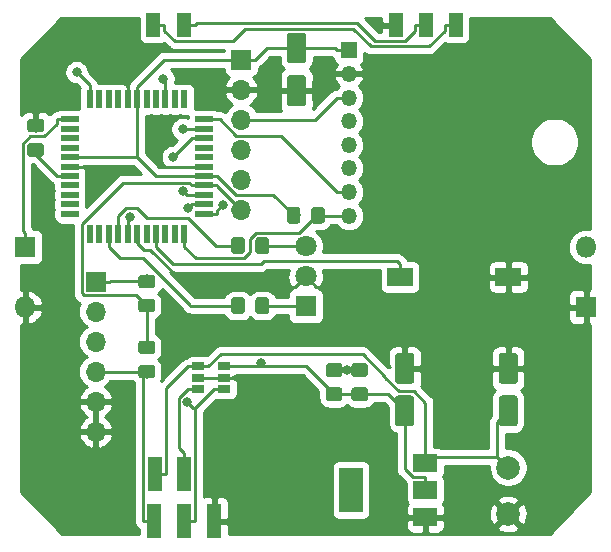
<source format=gbr>
G04 #@! TF.GenerationSoftware,KiCad,Pcbnew,(5.1.4)-1*
G04 #@! TF.CreationDate,2019-09-20T08:24:21+02:00*
G04 #@! TF.ProjectId,hb-rc-2-pbu-led,68622d72-632d-4322-9d70-62752d6c6564,rev?*
G04 #@! TF.SameCoordinates,Original*
G04 #@! TF.FileFunction,Copper,L1,Top*
G04 #@! TF.FilePolarity,Positive*
%FSLAX46Y46*%
G04 Gerber Fmt 4.6, Leading zero omitted, Abs format (unit mm)*
G04 Created by KiCad (PCBNEW (5.1.4)-1) date 2019-09-20 08:24:21*
%MOMM*%
%LPD*%
G04 APERTURE LIST*
%ADD10R,0.550000X1.500000*%
%ADD11R,1.500000X0.550000*%
%ADD12O,1.800000X1.800000*%
%ADD13R,1.800000X1.800000*%
%ADD14R,1.200000X2.000000*%
%ADD15R,1.200000X3.000000*%
%ADD16O,1.700000X1.700000*%
%ADD17R,1.700000X1.700000*%
%ADD18C,0.100000*%
%ADD19C,1.600000*%
%ADD20C,1.150000*%
%ADD21C,2.000000*%
%ADD22R,2.180000X1.600000*%
%ADD23R,1.060000X0.650000*%
%ADD24R,2.000000X3.800000*%
%ADD25R,2.000000X1.500000*%
%ADD26O,1.350000X1.350000*%
%ADD27R,1.350000X1.350000*%
%ADD28C,1.800000*%
%ADD29C,0.800000*%
%ADD30C,0.250000*%
%ADD31C,0.254000*%
G04 APERTURE END LIST*
D10*
X91960200Y-71905400D03*
X91160200Y-71905400D03*
X90360200Y-71905400D03*
X89560200Y-71905400D03*
X88760200Y-71905400D03*
X87960200Y-71905400D03*
X87160200Y-71905400D03*
X86360200Y-71905400D03*
X85560200Y-71905400D03*
X84760200Y-71905400D03*
X83960200Y-71905400D03*
D11*
X82260200Y-70205400D03*
X82260200Y-69405400D03*
X82260200Y-68605400D03*
X82260200Y-67805400D03*
X82260200Y-67005400D03*
X82260200Y-66205400D03*
X82260200Y-65405400D03*
X82260200Y-64605400D03*
X82260200Y-63805400D03*
X82260200Y-63005400D03*
X82260200Y-62205400D03*
D10*
X83960200Y-60505400D03*
X84760200Y-60505400D03*
X85560200Y-60505400D03*
X86360200Y-60505400D03*
X87160200Y-60505400D03*
X87960200Y-60505400D03*
X88760200Y-60505400D03*
X89560200Y-60505400D03*
X90360200Y-60505400D03*
X91160200Y-60505400D03*
X91960200Y-60505400D03*
D11*
X93660200Y-62205400D03*
X93660200Y-63005400D03*
X93660200Y-63805400D03*
X93660200Y-64605400D03*
X93660200Y-65405400D03*
X93660200Y-66205400D03*
X93660200Y-67005400D03*
X93660200Y-67805400D03*
X93660200Y-68605400D03*
X93660200Y-69405400D03*
X93660200Y-70205400D03*
D12*
X125984000Y-73025000D03*
D13*
X125984000Y-78105000D03*
D12*
X78486000Y-78105000D03*
D13*
X78486000Y-73025000D03*
D14*
X109855000Y-54229000D03*
X112395000Y-54229000D03*
X114935000Y-54229000D03*
X89344500Y-54229000D03*
X91948000Y-54229000D03*
D15*
X94488000Y-96227900D03*
X89382600Y-96227900D03*
X91922600Y-96215200D03*
X91922600Y-92278200D03*
X89509600Y-92202000D03*
D16*
X96774000Y-69850000D03*
X96774000Y-67310000D03*
X96774000Y-64770000D03*
X96774000Y-62230000D03*
X96774000Y-59690000D03*
D17*
X96774000Y-57150000D03*
D18*
G36*
X119954504Y-81991204D02*
G01*
X119978773Y-81994804D01*
X120002571Y-82000765D01*
X120025671Y-82009030D01*
X120047849Y-82019520D01*
X120068893Y-82032133D01*
X120088598Y-82046747D01*
X120106777Y-82063223D01*
X120123253Y-82081402D01*
X120137867Y-82101107D01*
X120150480Y-82122151D01*
X120160970Y-82144329D01*
X120169235Y-82167429D01*
X120175196Y-82191227D01*
X120178796Y-82215496D01*
X120180000Y-82240000D01*
X120180000Y-84340000D01*
X120178796Y-84364504D01*
X120175196Y-84388773D01*
X120169235Y-84412571D01*
X120160970Y-84435671D01*
X120150480Y-84457849D01*
X120137867Y-84478893D01*
X120123253Y-84498598D01*
X120106777Y-84516777D01*
X120088598Y-84533253D01*
X120068893Y-84547867D01*
X120047849Y-84560480D01*
X120025671Y-84570970D01*
X120002571Y-84579235D01*
X119978773Y-84585196D01*
X119954504Y-84588796D01*
X119930000Y-84590000D01*
X118830000Y-84590000D01*
X118805496Y-84588796D01*
X118781227Y-84585196D01*
X118757429Y-84579235D01*
X118734329Y-84570970D01*
X118712151Y-84560480D01*
X118691107Y-84547867D01*
X118671402Y-84533253D01*
X118653223Y-84516777D01*
X118636747Y-84498598D01*
X118622133Y-84478893D01*
X118609520Y-84457849D01*
X118599030Y-84435671D01*
X118590765Y-84412571D01*
X118584804Y-84388773D01*
X118581204Y-84364504D01*
X118580000Y-84340000D01*
X118580000Y-82240000D01*
X118581204Y-82215496D01*
X118584804Y-82191227D01*
X118590765Y-82167429D01*
X118599030Y-82144329D01*
X118609520Y-82122151D01*
X118622133Y-82101107D01*
X118636747Y-82081402D01*
X118653223Y-82063223D01*
X118671402Y-82046747D01*
X118691107Y-82032133D01*
X118712151Y-82019520D01*
X118734329Y-82009030D01*
X118757429Y-82000765D01*
X118781227Y-81994804D01*
X118805496Y-81991204D01*
X118830000Y-81990000D01*
X119930000Y-81990000D01*
X119954504Y-81991204D01*
X119954504Y-81991204D01*
G37*
D19*
X119380000Y-83290000D03*
D18*
G36*
X119954504Y-85591204D02*
G01*
X119978773Y-85594804D01*
X120002571Y-85600765D01*
X120025671Y-85609030D01*
X120047849Y-85619520D01*
X120068893Y-85632133D01*
X120088598Y-85646747D01*
X120106777Y-85663223D01*
X120123253Y-85681402D01*
X120137867Y-85701107D01*
X120150480Y-85722151D01*
X120160970Y-85744329D01*
X120169235Y-85767429D01*
X120175196Y-85791227D01*
X120178796Y-85815496D01*
X120180000Y-85840000D01*
X120180000Y-87940000D01*
X120178796Y-87964504D01*
X120175196Y-87988773D01*
X120169235Y-88012571D01*
X120160970Y-88035671D01*
X120150480Y-88057849D01*
X120137867Y-88078893D01*
X120123253Y-88098598D01*
X120106777Y-88116777D01*
X120088598Y-88133253D01*
X120068893Y-88147867D01*
X120047849Y-88160480D01*
X120025671Y-88170970D01*
X120002571Y-88179235D01*
X119978773Y-88185196D01*
X119954504Y-88188796D01*
X119930000Y-88190000D01*
X118830000Y-88190000D01*
X118805496Y-88188796D01*
X118781227Y-88185196D01*
X118757429Y-88179235D01*
X118734329Y-88170970D01*
X118712151Y-88160480D01*
X118691107Y-88147867D01*
X118671402Y-88133253D01*
X118653223Y-88116777D01*
X118636747Y-88098598D01*
X118622133Y-88078893D01*
X118609520Y-88057849D01*
X118599030Y-88035671D01*
X118590765Y-88012571D01*
X118584804Y-87988773D01*
X118581204Y-87964504D01*
X118580000Y-87940000D01*
X118580000Y-85840000D01*
X118581204Y-85815496D01*
X118584804Y-85791227D01*
X118590765Y-85767429D01*
X118599030Y-85744329D01*
X118609520Y-85722151D01*
X118622133Y-85701107D01*
X118636747Y-85681402D01*
X118653223Y-85663223D01*
X118671402Y-85646747D01*
X118691107Y-85632133D01*
X118712151Y-85619520D01*
X118734329Y-85609030D01*
X118757429Y-85600765D01*
X118781227Y-85594804D01*
X118805496Y-85591204D01*
X118830000Y-85590000D01*
X119930000Y-85590000D01*
X119954504Y-85591204D01*
X119954504Y-85591204D01*
G37*
D19*
X119380000Y-86890000D03*
D18*
G36*
X111191504Y-81991204D02*
G01*
X111215773Y-81994804D01*
X111239571Y-82000765D01*
X111262671Y-82009030D01*
X111284849Y-82019520D01*
X111305893Y-82032133D01*
X111325598Y-82046747D01*
X111343777Y-82063223D01*
X111360253Y-82081402D01*
X111374867Y-82101107D01*
X111387480Y-82122151D01*
X111397970Y-82144329D01*
X111406235Y-82167429D01*
X111412196Y-82191227D01*
X111415796Y-82215496D01*
X111417000Y-82240000D01*
X111417000Y-84340000D01*
X111415796Y-84364504D01*
X111412196Y-84388773D01*
X111406235Y-84412571D01*
X111397970Y-84435671D01*
X111387480Y-84457849D01*
X111374867Y-84478893D01*
X111360253Y-84498598D01*
X111343777Y-84516777D01*
X111325598Y-84533253D01*
X111305893Y-84547867D01*
X111284849Y-84560480D01*
X111262671Y-84570970D01*
X111239571Y-84579235D01*
X111215773Y-84585196D01*
X111191504Y-84588796D01*
X111167000Y-84590000D01*
X110067000Y-84590000D01*
X110042496Y-84588796D01*
X110018227Y-84585196D01*
X109994429Y-84579235D01*
X109971329Y-84570970D01*
X109949151Y-84560480D01*
X109928107Y-84547867D01*
X109908402Y-84533253D01*
X109890223Y-84516777D01*
X109873747Y-84498598D01*
X109859133Y-84478893D01*
X109846520Y-84457849D01*
X109836030Y-84435671D01*
X109827765Y-84412571D01*
X109821804Y-84388773D01*
X109818204Y-84364504D01*
X109817000Y-84340000D01*
X109817000Y-82240000D01*
X109818204Y-82215496D01*
X109821804Y-82191227D01*
X109827765Y-82167429D01*
X109836030Y-82144329D01*
X109846520Y-82122151D01*
X109859133Y-82101107D01*
X109873747Y-82081402D01*
X109890223Y-82063223D01*
X109908402Y-82046747D01*
X109928107Y-82032133D01*
X109949151Y-82019520D01*
X109971329Y-82009030D01*
X109994429Y-82000765D01*
X110018227Y-81994804D01*
X110042496Y-81991204D01*
X110067000Y-81990000D01*
X111167000Y-81990000D01*
X111191504Y-81991204D01*
X111191504Y-81991204D01*
G37*
D19*
X110617000Y-83290000D03*
D18*
G36*
X111191504Y-85591204D02*
G01*
X111215773Y-85594804D01*
X111239571Y-85600765D01*
X111262671Y-85609030D01*
X111284849Y-85619520D01*
X111305893Y-85632133D01*
X111325598Y-85646747D01*
X111343777Y-85663223D01*
X111360253Y-85681402D01*
X111374867Y-85701107D01*
X111387480Y-85722151D01*
X111397970Y-85744329D01*
X111406235Y-85767429D01*
X111412196Y-85791227D01*
X111415796Y-85815496D01*
X111417000Y-85840000D01*
X111417000Y-87940000D01*
X111415796Y-87964504D01*
X111412196Y-87988773D01*
X111406235Y-88012571D01*
X111397970Y-88035671D01*
X111387480Y-88057849D01*
X111374867Y-88078893D01*
X111360253Y-88098598D01*
X111343777Y-88116777D01*
X111325598Y-88133253D01*
X111305893Y-88147867D01*
X111284849Y-88160480D01*
X111262671Y-88170970D01*
X111239571Y-88179235D01*
X111215773Y-88185196D01*
X111191504Y-88188796D01*
X111167000Y-88190000D01*
X110067000Y-88190000D01*
X110042496Y-88188796D01*
X110018227Y-88185196D01*
X109994429Y-88179235D01*
X109971329Y-88170970D01*
X109949151Y-88160480D01*
X109928107Y-88147867D01*
X109908402Y-88133253D01*
X109890223Y-88116777D01*
X109873747Y-88098598D01*
X109859133Y-88078893D01*
X109846520Y-88057849D01*
X109836030Y-88035671D01*
X109827765Y-88012571D01*
X109821804Y-87988773D01*
X109818204Y-87964504D01*
X109817000Y-87940000D01*
X109817000Y-85840000D01*
X109818204Y-85815496D01*
X109821804Y-85791227D01*
X109827765Y-85767429D01*
X109836030Y-85744329D01*
X109846520Y-85722151D01*
X109859133Y-85701107D01*
X109873747Y-85681402D01*
X109890223Y-85663223D01*
X109908402Y-85646747D01*
X109928107Y-85632133D01*
X109949151Y-85619520D01*
X109971329Y-85609030D01*
X109994429Y-85600765D01*
X110018227Y-85594804D01*
X110042496Y-85591204D01*
X110067000Y-85590000D01*
X111167000Y-85590000D01*
X111191504Y-85591204D01*
X111191504Y-85591204D01*
G37*
D19*
X110617000Y-86890000D03*
D18*
G36*
X102034504Y-58476704D02*
G01*
X102058773Y-58480304D01*
X102082571Y-58486265D01*
X102105671Y-58494530D01*
X102127849Y-58505020D01*
X102148893Y-58517633D01*
X102168598Y-58532247D01*
X102186777Y-58548723D01*
X102203253Y-58566902D01*
X102217867Y-58586607D01*
X102230480Y-58607651D01*
X102240970Y-58629829D01*
X102249235Y-58652929D01*
X102255196Y-58676727D01*
X102258796Y-58700996D01*
X102260000Y-58725500D01*
X102260000Y-60825500D01*
X102258796Y-60850004D01*
X102255196Y-60874273D01*
X102249235Y-60898071D01*
X102240970Y-60921171D01*
X102230480Y-60943349D01*
X102217867Y-60964393D01*
X102203253Y-60984098D01*
X102186777Y-61002277D01*
X102168598Y-61018753D01*
X102148893Y-61033367D01*
X102127849Y-61045980D01*
X102105671Y-61056470D01*
X102082571Y-61064735D01*
X102058773Y-61070696D01*
X102034504Y-61074296D01*
X102010000Y-61075500D01*
X100910000Y-61075500D01*
X100885496Y-61074296D01*
X100861227Y-61070696D01*
X100837429Y-61064735D01*
X100814329Y-61056470D01*
X100792151Y-61045980D01*
X100771107Y-61033367D01*
X100751402Y-61018753D01*
X100733223Y-61002277D01*
X100716747Y-60984098D01*
X100702133Y-60964393D01*
X100689520Y-60943349D01*
X100679030Y-60921171D01*
X100670765Y-60898071D01*
X100664804Y-60874273D01*
X100661204Y-60850004D01*
X100660000Y-60825500D01*
X100660000Y-58725500D01*
X100661204Y-58700996D01*
X100664804Y-58676727D01*
X100670765Y-58652929D01*
X100679030Y-58629829D01*
X100689520Y-58607651D01*
X100702133Y-58586607D01*
X100716747Y-58566902D01*
X100733223Y-58548723D01*
X100751402Y-58532247D01*
X100771107Y-58517633D01*
X100792151Y-58505020D01*
X100814329Y-58494530D01*
X100837429Y-58486265D01*
X100861227Y-58480304D01*
X100885496Y-58476704D01*
X100910000Y-58475500D01*
X102010000Y-58475500D01*
X102034504Y-58476704D01*
X102034504Y-58476704D01*
G37*
D19*
X101460000Y-59775500D03*
D18*
G36*
X102034504Y-54876704D02*
G01*
X102058773Y-54880304D01*
X102082571Y-54886265D01*
X102105671Y-54894530D01*
X102127849Y-54905020D01*
X102148893Y-54917633D01*
X102168598Y-54932247D01*
X102186777Y-54948723D01*
X102203253Y-54966902D01*
X102217867Y-54986607D01*
X102230480Y-55007651D01*
X102240970Y-55029829D01*
X102249235Y-55052929D01*
X102255196Y-55076727D01*
X102258796Y-55100996D01*
X102260000Y-55125500D01*
X102260000Y-57225500D01*
X102258796Y-57250004D01*
X102255196Y-57274273D01*
X102249235Y-57298071D01*
X102240970Y-57321171D01*
X102230480Y-57343349D01*
X102217867Y-57364393D01*
X102203253Y-57384098D01*
X102186777Y-57402277D01*
X102168598Y-57418753D01*
X102148893Y-57433367D01*
X102127849Y-57445980D01*
X102105671Y-57456470D01*
X102082571Y-57464735D01*
X102058773Y-57470696D01*
X102034504Y-57474296D01*
X102010000Y-57475500D01*
X100910000Y-57475500D01*
X100885496Y-57474296D01*
X100861227Y-57470696D01*
X100837429Y-57464735D01*
X100814329Y-57456470D01*
X100792151Y-57445980D01*
X100771107Y-57433367D01*
X100751402Y-57418753D01*
X100733223Y-57402277D01*
X100716747Y-57384098D01*
X100702133Y-57364393D01*
X100689520Y-57343349D01*
X100679030Y-57321171D01*
X100670765Y-57298071D01*
X100664804Y-57274273D01*
X100661204Y-57250004D01*
X100660000Y-57225500D01*
X100660000Y-55125500D01*
X100661204Y-55100996D01*
X100664804Y-55076727D01*
X100670765Y-55052929D01*
X100679030Y-55029829D01*
X100689520Y-55007651D01*
X100702133Y-54986607D01*
X100716747Y-54966902D01*
X100733223Y-54948723D01*
X100751402Y-54932247D01*
X100771107Y-54917633D01*
X100792151Y-54905020D01*
X100814329Y-54894530D01*
X100837429Y-54886265D01*
X100861227Y-54880304D01*
X100885496Y-54876704D01*
X100910000Y-54875500D01*
X102010000Y-54875500D01*
X102034504Y-54876704D01*
X102034504Y-54876704D01*
G37*
D19*
X101460000Y-56175500D03*
D18*
G36*
X103618505Y-69633804D02*
G01*
X103642773Y-69637404D01*
X103666572Y-69643365D01*
X103689671Y-69651630D01*
X103711850Y-69662120D01*
X103732893Y-69674732D01*
X103752599Y-69689347D01*
X103770777Y-69705823D01*
X103787253Y-69724001D01*
X103801868Y-69743707D01*
X103814480Y-69764750D01*
X103824970Y-69786929D01*
X103833235Y-69810028D01*
X103839196Y-69833827D01*
X103842796Y-69858095D01*
X103844000Y-69882599D01*
X103844000Y-70782601D01*
X103842796Y-70807105D01*
X103839196Y-70831373D01*
X103833235Y-70855172D01*
X103824970Y-70878271D01*
X103814480Y-70900450D01*
X103801868Y-70921493D01*
X103787253Y-70941199D01*
X103770777Y-70959377D01*
X103752599Y-70975853D01*
X103732893Y-70990468D01*
X103711850Y-71003080D01*
X103689671Y-71013570D01*
X103666572Y-71021835D01*
X103642773Y-71027796D01*
X103618505Y-71031396D01*
X103594001Y-71032600D01*
X102943999Y-71032600D01*
X102919495Y-71031396D01*
X102895227Y-71027796D01*
X102871428Y-71021835D01*
X102848329Y-71013570D01*
X102826150Y-71003080D01*
X102805107Y-70990468D01*
X102785401Y-70975853D01*
X102767223Y-70959377D01*
X102750747Y-70941199D01*
X102736132Y-70921493D01*
X102723520Y-70900450D01*
X102713030Y-70878271D01*
X102704765Y-70855172D01*
X102698804Y-70831373D01*
X102695204Y-70807105D01*
X102694000Y-70782601D01*
X102694000Y-69882599D01*
X102695204Y-69858095D01*
X102698804Y-69833827D01*
X102704765Y-69810028D01*
X102713030Y-69786929D01*
X102723520Y-69764750D01*
X102736132Y-69743707D01*
X102750747Y-69724001D01*
X102767223Y-69705823D01*
X102785401Y-69689347D01*
X102805107Y-69674732D01*
X102826150Y-69662120D01*
X102848329Y-69651630D01*
X102871428Y-69643365D01*
X102895227Y-69637404D01*
X102919495Y-69633804D01*
X102943999Y-69632600D01*
X103594001Y-69632600D01*
X103618505Y-69633804D01*
X103618505Y-69633804D01*
G37*
D20*
X103269000Y-70332600D03*
D18*
G36*
X101568505Y-69633804D02*
G01*
X101592773Y-69637404D01*
X101616572Y-69643365D01*
X101639671Y-69651630D01*
X101661850Y-69662120D01*
X101682893Y-69674732D01*
X101702599Y-69689347D01*
X101720777Y-69705823D01*
X101737253Y-69724001D01*
X101751868Y-69743707D01*
X101764480Y-69764750D01*
X101774970Y-69786929D01*
X101783235Y-69810028D01*
X101789196Y-69833827D01*
X101792796Y-69858095D01*
X101794000Y-69882599D01*
X101794000Y-70782601D01*
X101792796Y-70807105D01*
X101789196Y-70831373D01*
X101783235Y-70855172D01*
X101774970Y-70878271D01*
X101764480Y-70900450D01*
X101751868Y-70921493D01*
X101737253Y-70941199D01*
X101720777Y-70959377D01*
X101702599Y-70975853D01*
X101682893Y-70990468D01*
X101661850Y-71003080D01*
X101639671Y-71013570D01*
X101616572Y-71021835D01*
X101592773Y-71027796D01*
X101568505Y-71031396D01*
X101544001Y-71032600D01*
X100893999Y-71032600D01*
X100869495Y-71031396D01*
X100845227Y-71027796D01*
X100821428Y-71021835D01*
X100798329Y-71013570D01*
X100776150Y-71003080D01*
X100755107Y-70990468D01*
X100735401Y-70975853D01*
X100717223Y-70959377D01*
X100700747Y-70941199D01*
X100686132Y-70921493D01*
X100673520Y-70900450D01*
X100663030Y-70878271D01*
X100654765Y-70855172D01*
X100648804Y-70831373D01*
X100645204Y-70807105D01*
X100644000Y-70782601D01*
X100644000Y-69882599D01*
X100645204Y-69858095D01*
X100648804Y-69833827D01*
X100654765Y-69810028D01*
X100663030Y-69786929D01*
X100673520Y-69764750D01*
X100686132Y-69743707D01*
X100700747Y-69724001D01*
X100717223Y-69705823D01*
X100735401Y-69689347D01*
X100755107Y-69674732D01*
X100776150Y-69662120D01*
X100798329Y-69651630D01*
X100821428Y-69643365D01*
X100845227Y-69637404D01*
X100869495Y-69633804D01*
X100893999Y-69632600D01*
X101544001Y-69632600D01*
X101568505Y-69633804D01*
X101568505Y-69633804D01*
G37*
D20*
X101219000Y-70332600D03*
D18*
G36*
X89247505Y-80942204D02*
G01*
X89271773Y-80945804D01*
X89295572Y-80951765D01*
X89318671Y-80960030D01*
X89340850Y-80970520D01*
X89361893Y-80983132D01*
X89381599Y-80997747D01*
X89399777Y-81014223D01*
X89416253Y-81032401D01*
X89430868Y-81052107D01*
X89443480Y-81073150D01*
X89453970Y-81095329D01*
X89462235Y-81118428D01*
X89468196Y-81142227D01*
X89471796Y-81166495D01*
X89473000Y-81190999D01*
X89473000Y-81841001D01*
X89471796Y-81865505D01*
X89468196Y-81889773D01*
X89462235Y-81913572D01*
X89453970Y-81936671D01*
X89443480Y-81958850D01*
X89430868Y-81979893D01*
X89416253Y-81999599D01*
X89399777Y-82017777D01*
X89381599Y-82034253D01*
X89361893Y-82048868D01*
X89340850Y-82061480D01*
X89318671Y-82071970D01*
X89295572Y-82080235D01*
X89271773Y-82086196D01*
X89247505Y-82089796D01*
X89223001Y-82091000D01*
X88322999Y-82091000D01*
X88298495Y-82089796D01*
X88274227Y-82086196D01*
X88250428Y-82080235D01*
X88227329Y-82071970D01*
X88205150Y-82061480D01*
X88184107Y-82048868D01*
X88164401Y-82034253D01*
X88146223Y-82017777D01*
X88129747Y-81999599D01*
X88115132Y-81979893D01*
X88102520Y-81958850D01*
X88092030Y-81936671D01*
X88083765Y-81913572D01*
X88077804Y-81889773D01*
X88074204Y-81865505D01*
X88073000Y-81841001D01*
X88073000Y-81190999D01*
X88074204Y-81166495D01*
X88077804Y-81142227D01*
X88083765Y-81118428D01*
X88092030Y-81095329D01*
X88102520Y-81073150D01*
X88115132Y-81052107D01*
X88129747Y-81032401D01*
X88146223Y-81014223D01*
X88164401Y-80997747D01*
X88184107Y-80983132D01*
X88205150Y-80970520D01*
X88227329Y-80960030D01*
X88250428Y-80951765D01*
X88274227Y-80945804D01*
X88298495Y-80942204D01*
X88322999Y-80941000D01*
X89223001Y-80941000D01*
X89247505Y-80942204D01*
X89247505Y-80942204D01*
G37*
D20*
X88773000Y-81516000D03*
D18*
G36*
X89247505Y-82992204D02*
G01*
X89271773Y-82995804D01*
X89295572Y-83001765D01*
X89318671Y-83010030D01*
X89340850Y-83020520D01*
X89361893Y-83033132D01*
X89381599Y-83047747D01*
X89399777Y-83064223D01*
X89416253Y-83082401D01*
X89430868Y-83102107D01*
X89443480Y-83123150D01*
X89453970Y-83145329D01*
X89462235Y-83168428D01*
X89468196Y-83192227D01*
X89471796Y-83216495D01*
X89473000Y-83240999D01*
X89473000Y-83891001D01*
X89471796Y-83915505D01*
X89468196Y-83939773D01*
X89462235Y-83963572D01*
X89453970Y-83986671D01*
X89443480Y-84008850D01*
X89430868Y-84029893D01*
X89416253Y-84049599D01*
X89399777Y-84067777D01*
X89381599Y-84084253D01*
X89361893Y-84098868D01*
X89340850Y-84111480D01*
X89318671Y-84121970D01*
X89295572Y-84130235D01*
X89271773Y-84136196D01*
X89247505Y-84139796D01*
X89223001Y-84141000D01*
X88322999Y-84141000D01*
X88298495Y-84139796D01*
X88274227Y-84136196D01*
X88250428Y-84130235D01*
X88227329Y-84121970D01*
X88205150Y-84111480D01*
X88184107Y-84098868D01*
X88164401Y-84084253D01*
X88146223Y-84067777D01*
X88129747Y-84049599D01*
X88115132Y-84029893D01*
X88102520Y-84008850D01*
X88092030Y-83986671D01*
X88083765Y-83963572D01*
X88077804Y-83939773D01*
X88074204Y-83915505D01*
X88073000Y-83891001D01*
X88073000Y-83240999D01*
X88074204Y-83216495D01*
X88077804Y-83192227D01*
X88083765Y-83168428D01*
X88092030Y-83145329D01*
X88102520Y-83123150D01*
X88115132Y-83102107D01*
X88129747Y-83082401D01*
X88146223Y-83064223D01*
X88164401Y-83047747D01*
X88184107Y-83033132D01*
X88205150Y-83020520D01*
X88227329Y-83010030D01*
X88250428Y-83001765D01*
X88274227Y-82995804D01*
X88298495Y-82992204D01*
X88322999Y-82991000D01*
X89223001Y-82991000D01*
X89247505Y-82992204D01*
X89247505Y-82992204D01*
G37*
D20*
X88773000Y-83566000D03*
D18*
G36*
X98901505Y-72199204D02*
G01*
X98925773Y-72202804D01*
X98949572Y-72208765D01*
X98972671Y-72217030D01*
X98994850Y-72227520D01*
X99015893Y-72240132D01*
X99035599Y-72254747D01*
X99053777Y-72271223D01*
X99070253Y-72289401D01*
X99084868Y-72309107D01*
X99097480Y-72330150D01*
X99107970Y-72352329D01*
X99116235Y-72375428D01*
X99122196Y-72399227D01*
X99125796Y-72423495D01*
X99127000Y-72447999D01*
X99127000Y-73348001D01*
X99125796Y-73372505D01*
X99122196Y-73396773D01*
X99116235Y-73420572D01*
X99107970Y-73443671D01*
X99097480Y-73465850D01*
X99084868Y-73486893D01*
X99070253Y-73506599D01*
X99053777Y-73524777D01*
X99035599Y-73541253D01*
X99015893Y-73555868D01*
X98994850Y-73568480D01*
X98972671Y-73578970D01*
X98949572Y-73587235D01*
X98925773Y-73593196D01*
X98901505Y-73596796D01*
X98877001Y-73598000D01*
X98226999Y-73598000D01*
X98202495Y-73596796D01*
X98178227Y-73593196D01*
X98154428Y-73587235D01*
X98131329Y-73578970D01*
X98109150Y-73568480D01*
X98088107Y-73555868D01*
X98068401Y-73541253D01*
X98050223Y-73524777D01*
X98033747Y-73506599D01*
X98019132Y-73486893D01*
X98006520Y-73465850D01*
X97996030Y-73443671D01*
X97987765Y-73420572D01*
X97981804Y-73396773D01*
X97978204Y-73372505D01*
X97977000Y-73348001D01*
X97977000Y-72447999D01*
X97978204Y-72423495D01*
X97981804Y-72399227D01*
X97987765Y-72375428D01*
X97996030Y-72352329D01*
X98006520Y-72330150D01*
X98019132Y-72309107D01*
X98033747Y-72289401D01*
X98050223Y-72271223D01*
X98068401Y-72254747D01*
X98088107Y-72240132D01*
X98109150Y-72227520D01*
X98131329Y-72217030D01*
X98154428Y-72208765D01*
X98178227Y-72202804D01*
X98202495Y-72199204D01*
X98226999Y-72198000D01*
X98877001Y-72198000D01*
X98901505Y-72199204D01*
X98901505Y-72199204D01*
G37*
D20*
X98552000Y-72898000D03*
D18*
G36*
X96851505Y-72199204D02*
G01*
X96875773Y-72202804D01*
X96899572Y-72208765D01*
X96922671Y-72217030D01*
X96944850Y-72227520D01*
X96965893Y-72240132D01*
X96985599Y-72254747D01*
X97003777Y-72271223D01*
X97020253Y-72289401D01*
X97034868Y-72309107D01*
X97047480Y-72330150D01*
X97057970Y-72352329D01*
X97066235Y-72375428D01*
X97072196Y-72399227D01*
X97075796Y-72423495D01*
X97077000Y-72447999D01*
X97077000Y-73348001D01*
X97075796Y-73372505D01*
X97072196Y-73396773D01*
X97066235Y-73420572D01*
X97057970Y-73443671D01*
X97047480Y-73465850D01*
X97034868Y-73486893D01*
X97020253Y-73506599D01*
X97003777Y-73524777D01*
X96985599Y-73541253D01*
X96965893Y-73555868D01*
X96944850Y-73568480D01*
X96922671Y-73578970D01*
X96899572Y-73587235D01*
X96875773Y-73593196D01*
X96851505Y-73596796D01*
X96827001Y-73598000D01*
X96176999Y-73598000D01*
X96152495Y-73596796D01*
X96128227Y-73593196D01*
X96104428Y-73587235D01*
X96081329Y-73578970D01*
X96059150Y-73568480D01*
X96038107Y-73555868D01*
X96018401Y-73541253D01*
X96000223Y-73524777D01*
X95983747Y-73506599D01*
X95969132Y-73486893D01*
X95956520Y-73465850D01*
X95946030Y-73443671D01*
X95937765Y-73420572D01*
X95931804Y-73396773D01*
X95928204Y-73372505D01*
X95927000Y-73348001D01*
X95927000Y-72447999D01*
X95928204Y-72423495D01*
X95931804Y-72399227D01*
X95937765Y-72375428D01*
X95946030Y-72352329D01*
X95956520Y-72330150D01*
X95969132Y-72309107D01*
X95983747Y-72289401D01*
X96000223Y-72271223D01*
X96018401Y-72254747D01*
X96038107Y-72240132D01*
X96059150Y-72227520D01*
X96081329Y-72217030D01*
X96104428Y-72208765D01*
X96128227Y-72202804D01*
X96152495Y-72199204D01*
X96176999Y-72198000D01*
X96827001Y-72198000D01*
X96851505Y-72199204D01*
X96851505Y-72199204D01*
G37*
D20*
X96502000Y-72898000D03*
D18*
G36*
X98901505Y-77279204D02*
G01*
X98925773Y-77282804D01*
X98949572Y-77288765D01*
X98972671Y-77297030D01*
X98994850Y-77307520D01*
X99015893Y-77320132D01*
X99035599Y-77334747D01*
X99053777Y-77351223D01*
X99070253Y-77369401D01*
X99084868Y-77389107D01*
X99097480Y-77410150D01*
X99107970Y-77432329D01*
X99116235Y-77455428D01*
X99122196Y-77479227D01*
X99125796Y-77503495D01*
X99127000Y-77527999D01*
X99127000Y-78428001D01*
X99125796Y-78452505D01*
X99122196Y-78476773D01*
X99116235Y-78500572D01*
X99107970Y-78523671D01*
X99097480Y-78545850D01*
X99084868Y-78566893D01*
X99070253Y-78586599D01*
X99053777Y-78604777D01*
X99035599Y-78621253D01*
X99015893Y-78635868D01*
X98994850Y-78648480D01*
X98972671Y-78658970D01*
X98949572Y-78667235D01*
X98925773Y-78673196D01*
X98901505Y-78676796D01*
X98877001Y-78678000D01*
X98226999Y-78678000D01*
X98202495Y-78676796D01*
X98178227Y-78673196D01*
X98154428Y-78667235D01*
X98131329Y-78658970D01*
X98109150Y-78648480D01*
X98088107Y-78635868D01*
X98068401Y-78621253D01*
X98050223Y-78604777D01*
X98033747Y-78586599D01*
X98019132Y-78566893D01*
X98006520Y-78545850D01*
X97996030Y-78523671D01*
X97987765Y-78500572D01*
X97981804Y-78476773D01*
X97978204Y-78452505D01*
X97977000Y-78428001D01*
X97977000Y-77527999D01*
X97978204Y-77503495D01*
X97981804Y-77479227D01*
X97987765Y-77455428D01*
X97996030Y-77432329D01*
X98006520Y-77410150D01*
X98019132Y-77389107D01*
X98033747Y-77369401D01*
X98050223Y-77351223D01*
X98068401Y-77334747D01*
X98088107Y-77320132D01*
X98109150Y-77307520D01*
X98131329Y-77297030D01*
X98154428Y-77288765D01*
X98178227Y-77282804D01*
X98202495Y-77279204D01*
X98226999Y-77278000D01*
X98877001Y-77278000D01*
X98901505Y-77279204D01*
X98901505Y-77279204D01*
G37*
D20*
X98552000Y-77978000D03*
D18*
G36*
X96851505Y-77279204D02*
G01*
X96875773Y-77282804D01*
X96899572Y-77288765D01*
X96922671Y-77297030D01*
X96944850Y-77307520D01*
X96965893Y-77320132D01*
X96985599Y-77334747D01*
X97003777Y-77351223D01*
X97020253Y-77369401D01*
X97034868Y-77389107D01*
X97047480Y-77410150D01*
X97057970Y-77432329D01*
X97066235Y-77455428D01*
X97072196Y-77479227D01*
X97075796Y-77503495D01*
X97077000Y-77527999D01*
X97077000Y-78428001D01*
X97075796Y-78452505D01*
X97072196Y-78476773D01*
X97066235Y-78500572D01*
X97057970Y-78523671D01*
X97047480Y-78545850D01*
X97034868Y-78566893D01*
X97020253Y-78586599D01*
X97003777Y-78604777D01*
X96985599Y-78621253D01*
X96965893Y-78635868D01*
X96944850Y-78648480D01*
X96922671Y-78658970D01*
X96899572Y-78667235D01*
X96875773Y-78673196D01*
X96851505Y-78676796D01*
X96827001Y-78678000D01*
X96176999Y-78678000D01*
X96152495Y-78676796D01*
X96128227Y-78673196D01*
X96104428Y-78667235D01*
X96081329Y-78658970D01*
X96059150Y-78648480D01*
X96038107Y-78635868D01*
X96018401Y-78621253D01*
X96000223Y-78604777D01*
X95983747Y-78586599D01*
X95969132Y-78566893D01*
X95956520Y-78545850D01*
X95946030Y-78523671D01*
X95937765Y-78500572D01*
X95931804Y-78476773D01*
X95928204Y-78452505D01*
X95927000Y-78428001D01*
X95927000Y-77527999D01*
X95928204Y-77503495D01*
X95931804Y-77479227D01*
X95937765Y-77455428D01*
X95946030Y-77432329D01*
X95956520Y-77410150D01*
X95969132Y-77389107D01*
X95983747Y-77369401D01*
X96000223Y-77351223D01*
X96018401Y-77334747D01*
X96038107Y-77320132D01*
X96059150Y-77307520D01*
X96081329Y-77297030D01*
X96104428Y-77288765D01*
X96128227Y-77282804D01*
X96152495Y-77279204D01*
X96176999Y-77278000D01*
X96827001Y-77278000D01*
X96851505Y-77279204D01*
X96851505Y-77279204D01*
G37*
D20*
X96502000Y-77978000D03*
D18*
G36*
X79849505Y-62171604D02*
G01*
X79873773Y-62175204D01*
X79897572Y-62181165D01*
X79920671Y-62189430D01*
X79942850Y-62199920D01*
X79963893Y-62212532D01*
X79983599Y-62227147D01*
X80001777Y-62243623D01*
X80018253Y-62261801D01*
X80032868Y-62281507D01*
X80045480Y-62302550D01*
X80055970Y-62324729D01*
X80064235Y-62347828D01*
X80070196Y-62371627D01*
X80073796Y-62395895D01*
X80075000Y-62420399D01*
X80075000Y-63070401D01*
X80073796Y-63094905D01*
X80070196Y-63119173D01*
X80064235Y-63142972D01*
X80055970Y-63166071D01*
X80045480Y-63188250D01*
X80032868Y-63209293D01*
X80018253Y-63228999D01*
X80001777Y-63247177D01*
X79983599Y-63263653D01*
X79963893Y-63278268D01*
X79942850Y-63290880D01*
X79920671Y-63301370D01*
X79897572Y-63309635D01*
X79873773Y-63315596D01*
X79849505Y-63319196D01*
X79825001Y-63320400D01*
X78924999Y-63320400D01*
X78900495Y-63319196D01*
X78876227Y-63315596D01*
X78852428Y-63309635D01*
X78829329Y-63301370D01*
X78807150Y-63290880D01*
X78786107Y-63278268D01*
X78766401Y-63263653D01*
X78748223Y-63247177D01*
X78731747Y-63228999D01*
X78717132Y-63209293D01*
X78704520Y-63188250D01*
X78694030Y-63166071D01*
X78685765Y-63142972D01*
X78679804Y-63119173D01*
X78676204Y-63094905D01*
X78675000Y-63070401D01*
X78675000Y-62420399D01*
X78676204Y-62395895D01*
X78679804Y-62371627D01*
X78685765Y-62347828D01*
X78694030Y-62324729D01*
X78704520Y-62302550D01*
X78717132Y-62281507D01*
X78731747Y-62261801D01*
X78748223Y-62243623D01*
X78766401Y-62227147D01*
X78786107Y-62212532D01*
X78807150Y-62199920D01*
X78829329Y-62189430D01*
X78852428Y-62181165D01*
X78876227Y-62175204D01*
X78900495Y-62171604D01*
X78924999Y-62170400D01*
X79825001Y-62170400D01*
X79849505Y-62171604D01*
X79849505Y-62171604D01*
G37*
D20*
X79375000Y-62745400D03*
D18*
G36*
X79849505Y-64221604D02*
G01*
X79873773Y-64225204D01*
X79897572Y-64231165D01*
X79920671Y-64239430D01*
X79942850Y-64249920D01*
X79963893Y-64262532D01*
X79983599Y-64277147D01*
X80001777Y-64293623D01*
X80018253Y-64311801D01*
X80032868Y-64331507D01*
X80045480Y-64352550D01*
X80055970Y-64374729D01*
X80064235Y-64397828D01*
X80070196Y-64421627D01*
X80073796Y-64445895D01*
X80075000Y-64470399D01*
X80075000Y-65120401D01*
X80073796Y-65144905D01*
X80070196Y-65169173D01*
X80064235Y-65192972D01*
X80055970Y-65216071D01*
X80045480Y-65238250D01*
X80032868Y-65259293D01*
X80018253Y-65278999D01*
X80001777Y-65297177D01*
X79983599Y-65313653D01*
X79963893Y-65328268D01*
X79942850Y-65340880D01*
X79920671Y-65351370D01*
X79897572Y-65359635D01*
X79873773Y-65365596D01*
X79849505Y-65369196D01*
X79825001Y-65370400D01*
X78924999Y-65370400D01*
X78900495Y-65369196D01*
X78876227Y-65365596D01*
X78852428Y-65359635D01*
X78829329Y-65351370D01*
X78807150Y-65340880D01*
X78786107Y-65328268D01*
X78766401Y-65313653D01*
X78748223Y-65297177D01*
X78731747Y-65278999D01*
X78717132Y-65259293D01*
X78704520Y-65238250D01*
X78694030Y-65216071D01*
X78685765Y-65192972D01*
X78679804Y-65169173D01*
X78676204Y-65144905D01*
X78675000Y-65120401D01*
X78675000Y-64470399D01*
X78676204Y-64445895D01*
X78679804Y-64421627D01*
X78685765Y-64397828D01*
X78694030Y-64374729D01*
X78704520Y-64352550D01*
X78717132Y-64331507D01*
X78731747Y-64311801D01*
X78748223Y-64293623D01*
X78766401Y-64277147D01*
X78786107Y-64262532D01*
X78807150Y-64249920D01*
X78829329Y-64239430D01*
X78852428Y-64231165D01*
X78876227Y-64225204D01*
X78900495Y-64221604D01*
X78924999Y-64220400D01*
X79825001Y-64220400D01*
X79849505Y-64221604D01*
X79849505Y-64221604D01*
G37*
D20*
X79375000Y-64795400D03*
D18*
G36*
X107281505Y-82856204D02*
G01*
X107305773Y-82859804D01*
X107329572Y-82865765D01*
X107352671Y-82874030D01*
X107374850Y-82884520D01*
X107395893Y-82897132D01*
X107415599Y-82911747D01*
X107433777Y-82928223D01*
X107450253Y-82946401D01*
X107464868Y-82966107D01*
X107477480Y-82987150D01*
X107487970Y-83009329D01*
X107496235Y-83032428D01*
X107502196Y-83056227D01*
X107505796Y-83080495D01*
X107507000Y-83104999D01*
X107507000Y-83755001D01*
X107505796Y-83779505D01*
X107502196Y-83803773D01*
X107496235Y-83827572D01*
X107487970Y-83850671D01*
X107477480Y-83872850D01*
X107464868Y-83893893D01*
X107450253Y-83913599D01*
X107433777Y-83931777D01*
X107415599Y-83948253D01*
X107395893Y-83962868D01*
X107374850Y-83975480D01*
X107352671Y-83985970D01*
X107329572Y-83994235D01*
X107305773Y-84000196D01*
X107281505Y-84003796D01*
X107257001Y-84005000D01*
X106356999Y-84005000D01*
X106332495Y-84003796D01*
X106308227Y-84000196D01*
X106284428Y-83994235D01*
X106261329Y-83985970D01*
X106239150Y-83975480D01*
X106218107Y-83962868D01*
X106198401Y-83948253D01*
X106180223Y-83931777D01*
X106163747Y-83913599D01*
X106149132Y-83893893D01*
X106136520Y-83872850D01*
X106126030Y-83850671D01*
X106117765Y-83827572D01*
X106111804Y-83803773D01*
X106108204Y-83779505D01*
X106107000Y-83755001D01*
X106107000Y-83104999D01*
X106108204Y-83080495D01*
X106111804Y-83056227D01*
X106117765Y-83032428D01*
X106126030Y-83009329D01*
X106136520Y-82987150D01*
X106149132Y-82966107D01*
X106163747Y-82946401D01*
X106180223Y-82928223D01*
X106198401Y-82911747D01*
X106218107Y-82897132D01*
X106239150Y-82884520D01*
X106261329Y-82874030D01*
X106284428Y-82865765D01*
X106308227Y-82859804D01*
X106332495Y-82856204D01*
X106356999Y-82855000D01*
X107257001Y-82855000D01*
X107281505Y-82856204D01*
X107281505Y-82856204D01*
G37*
D20*
X106807000Y-83430000D03*
D18*
G36*
X107281505Y-84906204D02*
G01*
X107305773Y-84909804D01*
X107329572Y-84915765D01*
X107352671Y-84924030D01*
X107374850Y-84934520D01*
X107395893Y-84947132D01*
X107415599Y-84961747D01*
X107433777Y-84978223D01*
X107450253Y-84996401D01*
X107464868Y-85016107D01*
X107477480Y-85037150D01*
X107487970Y-85059329D01*
X107496235Y-85082428D01*
X107502196Y-85106227D01*
X107505796Y-85130495D01*
X107507000Y-85154999D01*
X107507000Y-85805001D01*
X107505796Y-85829505D01*
X107502196Y-85853773D01*
X107496235Y-85877572D01*
X107487970Y-85900671D01*
X107477480Y-85922850D01*
X107464868Y-85943893D01*
X107450253Y-85963599D01*
X107433777Y-85981777D01*
X107415599Y-85998253D01*
X107395893Y-86012868D01*
X107374850Y-86025480D01*
X107352671Y-86035970D01*
X107329572Y-86044235D01*
X107305773Y-86050196D01*
X107281505Y-86053796D01*
X107257001Y-86055000D01*
X106356999Y-86055000D01*
X106332495Y-86053796D01*
X106308227Y-86050196D01*
X106284428Y-86044235D01*
X106261329Y-86035970D01*
X106239150Y-86025480D01*
X106218107Y-86012868D01*
X106198401Y-85998253D01*
X106180223Y-85981777D01*
X106163747Y-85963599D01*
X106149132Y-85943893D01*
X106136520Y-85922850D01*
X106126030Y-85900671D01*
X106117765Y-85877572D01*
X106111804Y-85853773D01*
X106108204Y-85829505D01*
X106107000Y-85805001D01*
X106107000Y-85154999D01*
X106108204Y-85130495D01*
X106111804Y-85106227D01*
X106117765Y-85082428D01*
X106126030Y-85059329D01*
X106136520Y-85037150D01*
X106149132Y-85016107D01*
X106163747Y-84996401D01*
X106180223Y-84978223D01*
X106198401Y-84961747D01*
X106218107Y-84947132D01*
X106239150Y-84934520D01*
X106261329Y-84924030D01*
X106284428Y-84915765D01*
X106308227Y-84909804D01*
X106332495Y-84906204D01*
X106356999Y-84905000D01*
X107257001Y-84905000D01*
X107281505Y-84906204D01*
X107281505Y-84906204D01*
G37*
D20*
X106807000Y-85480000D03*
D18*
G36*
X105122505Y-82856204D02*
G01*
X105146773Y-82859804D01*
X105170572Y-82865765D01*
X105193671Y-82874030D01*
X105215850Y-82884520D01*
X105236893Y-82897132D01*
X105256599Y-82911747D01*
X105274777Y-82928223D01*
X105291253Y-82946401D01*
X105305868Y-82966107D01*
X105318480Y-82987150D01*
X105328970Y-83009329D01*
X105337235Y-83032428D01*
X105343196Y-83056227D01*
X105346796Y-83080495D01*
X105348000Y-83104999D01*
X105348000Y-83755001D01*
X105346796Y-83779505D01*
X105343196Y-83803773D01*
X105337235Y-83827572D01*
X105328970Y-83850671D01*
X105318480Y-83872850D01*
X105305868Y-83893893D01*
X105291253Y-83913599D01*
X105274777Y-83931777D01*
X105256599Y-83948253D01*
X105236893Y-83962868D01*
X105215850Y-83975480D01*
X105193671Y-83985970D01*
X105170572Y-83994235D01*
X105146773Y-84000196D01*
X105122505Y-84003796D01*
X105098001Y-84005000D01*
X104197999Y-84005000D01*
X104173495Y-84003796D01*
X104149227Y-84000196D01*
X104125428Y-83994235D01*
X104102329Y-83985970D01*
X104080150Y-83975480D01*
X104059107Y-83962868D01*
X104039401Y-83948253D01*
X104021223Y-83931777D01*
X104004747Y-83913599D01*
X103990132Y-83893893D01*
X103977520Y-83872850D01*
X103967030Y-83850671D01*
X103958765Y-83827572D01*
X103952804Y-83803773D01*
X103949204Y-83779505D01*
X103948000Y-83755001D01*
X103948000Y-83104999D01*
X103949204Y-83080495D01*
X103952804Y-83056227D01*
X103958765Y-83032428D01*
X103967030Y-83009329D01*
X103977520Y-82987150D01*
X103990132Y-82966107D01*
X104004747Y-82946401D01*
X104021223Y-82928223D01*
X104039401Y-82911747D01*
X104059107Y-82897132D01*
X104080150Y-82884520D01*
X104102329Y-82874030D01*
X104125428Y-82865765D01*
X104149227Y-82859804D01*
X104173495Y-82856204D01*
X104197999Y-82855000D01*
X105098001Y-82855000D01*
X105122505Y-82856204D01*
X105122505Y-82856204D01*
G37*
D20*
X104648000Y-83430000D03*
D18*
G36*
X105122505Y-84906204D02*
G01*
X105146773Y-84909804D01*
X105170572Y-84915765D01*
X105193671Y-84924030D01*
X105215850Y-84934520D01*
X105236893Y-84947132D01*
X105256599Y-84961747D01*
X105274777Y-84978223D01*
X105291253Y-84996401D01*
X105305868Y-85016107D01*
X105318480Y-85037150D01*
X105328970Y-85059329D01*
X105337235Y-85082428D01*
X105343196Y-85106227D01*
X105346796Y-85130495D01*
X105348000Y-85154999D01*
X105348000Y-85805001D01*
X105346796Y-85829505D01*
X105343196Y-85853773D01*
X105337235Y-85877572D01*
X105328970Y-85900671D01*
X105318480Y-85922850D01*
X105305868Y-85943893D01*
X105291253Y-85963599D01*
X105274777Y-85981777D01*
X105256599Y-85998253D01*
X105236893Y-86012868D01*
X105215850Y-86025480D01*
X105193671Y-86035970D01*
X105170572Y-86044235D01*
X105146773Y-86050196D01*
X105122505Y-86053796D01*
X105098001Y-86055000D01*
X104197999Y-86055000D01*
X104173495Y-86053796D01*
X104149227Y-86050196D01*
X104125428Y-86044235D01*
X104102329Y-86035970D01*
X104080150Y-86025480D01*
X104059107Y-86012868D01*
X104039401Y-85998253D01*
X104021223Y-85981777D01*
X104004747Y-85963599D01*
X103990132Y-85943893D01*
X103977520Y-85922850D01*
X103967030Y-85900671D01*
X103958765Y-85877572D01*
X103952804Y-85853773D01*
X103949204Y-85829505D01*
X103948000Y-85805001D01*
X103948000Y-85154999D01*
X103949204Y-85130495D01*
X103952804Y-85106227D01*
X103958765Y-85082428D01*
X103967030Y-85059329D01*
X103977520Y-85037150D01*
X103990132Y-85016107D01*
X104004747Y-84996401D01*
X104021223Y-84978223D01*
X104039401Y-84961747D01*
X104059107Y-84947132D01*
X104080150Y-84934520D01*
X104102329Y-84924030D01*
X104125428Y-84915765D01*
X104149227Y-84909804D01*
X104173495Y-84906204D01*
X104197999Y-84905000D01*
X105098001Y-84905000D01*
X105122505Y-84906204D01*
X105122505Y-84906204D01*
G37*
D20*
X104648000Y-85480000D03*
D18*
G36*
X89247505Y-77413204D02*
G01*
X89271773Y-77416804D01*
X89295572Y-77422765D01*
X89318671Y-77431030D01*
X89340850Y-77441520D01*
X89361893Y-77454132D01*
X89381599Y-77468747D01*
X89399777Y-77485223D01*
X89416253Y-77503401D01*
X89430868Y-77523107D01*
X89443480Y-77544150D01*
X89453970Y-77566329D01*
X89462235Y-77589428D01*
X89468196Y-77613227D01*
X89471796Y-77637495D01*
X89473000Y-77661999D01*
X89473000Y-78312001D01*
X89471796Y-78336505D01*
X89468196Y-78360773D01*
X89462235Y-78384572D01*
X89453970Y-78407671D01*
X89443480Y-78429850D01*
X89430868Y-78450893D01*
X89416253Y-78470599D01*
X89399777Y-78488777D01*
X89381599Y-78505253D01*
X89361893Y-78519868D01*
X89340850Y-78532480D01*
X89318671Y-78542970D01*
X89295572Y-78551235D01*
X89271773Y-78557196D01*
X89247505Y-78560796D01*
X89223001Y-78562000D01*
X88322999Y-78562000D01*
X88298495Y-78560796D01*
X88274227Y-78557196D01*
X88250428Y-78551235D01*
X88227329Y-78542970D01*
X88205150Y-78532480D01*
X88184107Y-78519868D01*
X88164401Y-78505253D01*
X88146223Y-78488777D01*
X88129747Y-78470599D01*
X88115132Y-78450893D01*
X88102520Y-78429850D01*
X88092030Y-78407671D01*
X88083765Y-78384572D01*
X88077804Y-78360773D01*
X88074204Y-78336505D01*
X88073000Y-78312001D01*
X88073000Y-77661999D01*
X88074204Y-77637495D01*
X88077804Y-77613227D01*
X88083765Y-77589428D01*
X88092030Y-77566329D01*
X88102520Y-77544150D01*
X88115132Y-77523107D01*
X88129747Y-77503401D01*
X88146223Y-77485223D01*
X88164401Y-77468747D01*
X88184107Y-77454132D01*
X88205150Y-77441520D01*
X88227329Y-77431030D01*
X88250428Y-77422765D01*
X88274227Y-77416804D01*
X88298495Y-77413204D01*
X88322999Y-77412000D01*
X89223001Y-77412000D01*
X89247505Y-77413204D01*
X89247505Y-77413204D01*
G37*
D20*
X88773000Y-77987000D03*
D18*
G36*
X89247505Y-75363204D02*
G01*
X89271773Y-75366804D01*
X89295572Y-75372765D01*
X89318671Y-75381030D01*
X89340850Y-75391520D01*
X89361893Y-75404132D01*
X89381599Y-75418747D01*
X89399777Y-75435223D01*
X89416253Y-75453401D01*
X89430868Y-75473107D01*
X89443480Y-75494150D01*
X89453970Y-75516329D01*
X89462235Y-75539428D01*
X89468196Y-75563227D01*
X89471796Y-75587495D01*
X89473000Y-75611999D01*
X89473000Y-76262001D01*
X89471796Y-76286505D01*
X89468196Y-76310773D01*
X89462235Y-76334572D01*
X89453970Y-76357671D01*
X89443480Y-76379850D01*
X89430868Y-76400893D01*
X89416253Y-76420599D01*
X89399777Y-76438777D01*
X89381599Y-76455253D01*
X89361893Y-76469868D01*
X89340850Y-76482480D01*
X89318671Y-76492970D01*
X89295572Y-76501235D01*
X89271773Y-76507196D01*
X89247505Y-76510796D01*
X89223001Y-76512000D01*
X88322999Y-76512000D01*
X88298495Y-76510796D01*
X88274227Y-76507196D01*
X88250428Y-76501235D01*
X88227329Y-76492970D01*
X88205150Y-76482480D01*
X88184107Y-76469868D01*
X88164401Y-76455253D01*
X88146223Y-76438777D01*
X88129747Y-76420599D01*
X88115132Y-76400893D01*
X88102520Y-76379850D01*
X88092030Y-76357671D01*
X88083765Y-76334572D01*
X88077804Y-76310773D01*
X88074204Y-76286505D01*
X88073000Y-76262001D01*
X88073000Y-75611999D01*
X88074204Y-75587495D01*
X88077804Y-75563227D01*
X88083765Y-75539428D01*
X88092030Y-75516329D01*
X88102520Y-75494150D01*
X88115132Y-75473107D01*
X88129747Y-75453401D01*
X88146223Y-75435223D01*
X88164401Y-75418747D01*
X88184107Y-75404132D01*
X88205150Y-75391520D01*
X88227329Y-75381030D01*
X88250428Y-75372765D01*
X88274227Y-75366804D01*
X88298495Y-75363204D01*
X88322999Y-75362000D01*
X89223001Y-75362000D01*
X89247505Y-75363204D01*
X89247505Y-75363204D01*
G37*
D20*
X88773000Y-75937000D03*
D21*
X119380000Y-95631000D03*
X119380000Y-91694000D03*
D22*
X110218000Y-75565000D03*
X119398000Y-75565000D03*
D23*
X95334000Y-84074000D03*
X95334000Y-83124000D03*
X95334000Y-85024000D03*
X93134000Y-85024000D03*
X93134000Y-84074000D03*
X93134000Y-83124000D03*
D24*
X106070000Y-93599000D03*
D25*
X112370000Y-93599000D03*
X112370000Y-91299000D03*
X112370000Y-95899000D03*
D16*
X84455000Y-88646000D03*
X84455000Y-86106000D03*
X84455000Y-83566000D03*
X84455000Y-81026000D03*
X84455000Y-78486000D03*
D17*
X84455000Y-75946000D03*
D26*
X105893000Y-70362600D03*
X105893000Y-68362600D03*
X105893000Y-66362600D03*
X105893000Y-64362600D03*
X105893000Y-62362600D03*
X105893000Y-60362600D03*
X105893000Y-58362600D03*
D27*
X105893000Y-56362600D03*
D28*
X102235000Y-72948800D03*
X102235000Y-75488800D03*
D13*
X102235000Y-78028800D03*
D29*
X84912200Y-66573400D03*
X89027000Y-62255400D03*
X92100400Y-58597800D03*
X86893400Y-58242200D03*
X108280200Y-54102000D03*
X110972600Y-66827400D03*
X119862600Y-57937400D03*
X105740200Y-83413600D03*
X93853000Y-76200000D03*
X98409700Y-82815900D03*
X87399100Y-70481500D03*
X92235200Y-69753600D03*
X91854100Y-68301400D03*
X95205000Y-69426300D03*
X90191100Y-58752900D03*
X92203800Y-86140200D03*
X91811200Y-63031700D03*
X90993400Y-65409500D03*
X82840300Y-58210800D03*
D30*
X84544200Y-66205400D02*
X84912200Y-66573400D01*
X82260200Y-66205400D02*
X84544200Y-66205400D01*
X87160200Y-59505400D02*
X87147400Y-59492600D01*
X87160200Y-60505400D02*
X87160200Y-59505400D01*
X93660200Y-66205400D02*
X89852800Y-66205400D01*
X89852800Y-66205400D02*
X89027000Y-65379600D01*
X89027000Y-65379600D02*
X89027000Y-62255400D01*
X89027000Y-62255400D02*
X89027000Y-62255400D01*
X93134000Y-84074000D02*
X95334000Y-84074000D01*
X95334000Y-84074000D02*
X97586800Y-84074000D01*
X88523798Y-73279000D02*
X89077800Y-73279000D01*
X87960200Y-71905400D02*
X87960200Y-72715402D01*
X87960200Y-72715402D02*
X88523798Y-73279000D01*
X89077800Y-73279000D02*
X91135200Y-75336400D01*
X91135200Y-75336400D02*
X91135200Y-75336400D01*
X103134999Y-76388799D02*
X103468601Y-76388799D01*
X102235000Y-75488800D02*
X103134999Y-76388799D01*
X101335001Y-76388799D02*
X100776201Y-76388799D01*
X102235000Y-75488800D02*
X101335001Y-76388799D01*
X93660200Y-67005400D02*
X94735500Y-67005400D01*
X94735500Y-67005400D02*
X96310100Y-68580000D01*
X96310100Y-68580000D02*
X99466400Y-68580000D01*
X99466400Y-68580000D02*
X101219000Y-70332600D01*
X87960200Y-65405400D02*
X89560200Y-67005400D01*
X89560200Y-67005400D02*
X93660200Y-67005400D01*
X98409700Y-83124000D02*
X95334000Y-83124000D01*
X104648000Y-85480000D02*
X102292000Y-83124000D01*
X102292000Y-83124000D02*
X98409700Y-83124000D01*
X98409700Y-82815900D02*
X98409700Y-83124000D01*
X88457300Y-83566000D02*
X88773000Y-83566000D01*
X106807000Y-85480000D02*
X104648000Y-85480000D01*
X96774000Y-57150000D02*
X97949300Y-57150000D01*
X101460000Y-56175500D02*
X98923800Y-56175500D01*
X98923800Y-56175500D02*
X97949300Y-57150000D01*
X104892700Y-56362600D02*
X104705600Y-56175500D01*
X104705600Y-56175500D02*
X101460000Y-56175500D01*
X87960200Y-65405400D02*
X82260200Y-65405400D01*
X87960200Y-61580700D02*
X87960200Y-65405400D01*
X87960200Y-60505400D02*
X87960200Y-59430100D01*
X96774000Y-57150000D02*
X90240300Y-57150000D01*
X90240300Y-57150000D02*
X87960200Y-59430100D01*
X105893000Y-56362600D02*
X104892700Y-56362600D01*
X106807000Y-85480000D02*
X109207000Y-85480000D01*
X109207000Y-85480000D02*
X110617000Y-86890000D01*
X88457300Y-83566000D02*
X85630300Y-83566000D01*
X88457300Y-83566000D02*
X88457300Y-96227900D01*
X89382600Y-96227900D02*
X88457300Y-96227900D01*
X84455000Y-83566000D02*
X85630300Y-83566000D01*
X87960200Y-60505400D02*
X87960200Y-61580700D01*
X110617000Y-86890000D02*
X110617000Y-91846000D01*
X110617000Y-91846000D02*
X111294700Y-92523700D01*
X111294700Y-92523700D02*
X112370000Y-92523700D01*
X87399100Y-70481500D02*
X87160200Y-70720400D01*
X87160200Y-70720400D02*
X87160200Y-71905400D01*
X112370000Y-93599000D02*
X112370000Y-92523700D01*
X88773000Y-77987000D02*
X87907400Y-77121400D01*
X87907400Y-77121400D02*
X83447700Y-77121400D01*
X83447700Y-77121400D02*
X83279700Y-76953400D01*
X83279700Y-76953400D02*
X83279700Y-71067200D01*
X83279700Y-71067200D02*
X86778900Y-67568000D01*
X86778900Y-67568000D02*
X92347500Y-67568000D01*
X92347500Y-67568000D02*
X92584900Y-67805400D01*
X93660200Y-67805400D02*
X92584900Y-67805400D01*
X88773000Y-81516000D02*
X88773000Y-77987000D01*
X93660200Y-67805400D02*
X94735500Y-67805400D01*
X94735500Y-67805400D02*
X94735500Y-67811500D01*
X94735500Y-67811500D02*
X96774000Y-69850000D01*
X84455000Y-75946000D02*
X85630300Y-75946000D01*
X88773000Y-75937000D02*
X85639300Y-75937000D01*
X85639300Y-75937000D02*
X85630300Y-75946000D01*
X112370000Y-90761300D02*
X112370000Y-86201700D01*
X112370000Y-86201700D02*
X111417500Y-85249200D01*
X111417500Y-85249200D02*
X110128700Y-85249200D01*
X110128700Y-85249200D02*
X108964700Y-84085200D01*
X108964700Y-84085200D02*
X108964700Y-83987900D01*
X108964700Y-83987900D02*
X107067400Y-82090600D01*
X107067400Y-82090600D02*
X95022700Y-82090600D01*
X95022700Y-82090600D02*
X93989300Y-83124000D01*
X112370000Y-90761300D02*
X118447300Y-90761300D01*
X93134000Y-83124000D02*
X93989300Y-83124000D01*
X118447300Y-90761300D02*
X118447300Y-87822700D01*
X118447300Y-87822700D02*
X119380000Y-86890000D01*
X118447300Y-90761300D02*
X119380000Y-91694000D01*
X112370000Y-91299000D02*
X112370000Y-90761300D01*
X92278700Y-83124000D02*
X90434900Y-84967800D01*
X90434900Y-84967800D02*
X90434900Y-92202000D01*
X93134000Y-83124000D02*
X92278700Y-83124000D01*
X89509600Y-92202000D02*
X90434900Y-92202000D01*
X82260200Y-67005400D02*
X81184900Y-67005400D01*
X79375000Y-64795400D02*
X79375000Y-65195500D01*
X79375000Y-65195500D02*
X81184900Y-67005400D01*
X102235000Y-72948800D02*
X98602800Y-72948800D01*
X98602800Y-72948800D02*
X98552000Y-72898000D01*
X102235000Y-78028800D02*
X98602800Y-78028800D01*
X98602800Y-78028800D02*
X98552000Y-77978000D01*
X92235200Y-69753600D02*
X92583400Y-69405400D01*
X92583400Y-69405400D02*
X93660200Y-69405400D01*
X91854100Y-68301400D02*
X92158100Y-68605400D01*
X92158100Y-68605400D02*
X93660200Y-68605400D01*
X105893000Y-60362600D02*
X104892700Y-60362600D01*
X104892700Y-60362600D02*
X103025300Y-62230000D01*
X103025300Y-62230000D02*
X96774000Y-62230000D01*
X93660200Y-70205400D02*
X94735500Y-70205400D01*
X95205000Y-69426300D02*
X94735500Y-69895800D01*
X94735500Y-69895800D02*
X94735500Y-70205400D01*
X92847900Y-86654800D02*
X94478700Y-85024000D01*
X92847900Y-96215200D02*
X92847900Y-86654800D01*
X92847900Y-86654800D02*
X92718400Y-86654800D01*
X92718400Y-86654800D02*
X92203800Y-86140200D01*
X90191100Y-58752900D02*
X90360200Y-58922000D01*
X90360200Y-58922000D02*
X90360200Y-60505400D01*
X91922600Y-96215200D02*
X92847900Y-96215200D01*
X95334000Y-85024000D02*
X94478700Y-85024000D01*
X92278700Y-85024000D02*
X91478500Y-85824200D01*
X91478500Y-85824200D02*
X91478500Y-90008800D01*
X91478500Y-90008800D02*
X91922600Y-90452900D01*
X91922600Y-92278200D02*
X91922600Y-90452900D01*
X93134000Y-85024000D02*
X92278700Y-85024000D01*
X93660200Y-63005400D02*
X92584900Y-63005400D01*
X91811200Y-63031700D02*
X92558600Y-63031700D01*
X92558600Y-63031700D02*
X92584900Y-63005400D01*
X93660200Y-63805400D02*
X92584900Y-63805400D01*
X90993400Y-65409500D02*
X92584900Y-63818000D01*
X92584900Y-63818000D02*
X92584900Y-63805400D01*
X85560200Y-72980700D02*
X85560200Y-71905400D01*
X96502000Y-77978000D02*
X92481400Y-77978000D01*
X92481400Y-77978000D02*
X92481400Y-77952600D01*
X92481400Y-77952600D02*
X88468200Y-73939400D01*
X86518900Y-73939400D02*
X85560200Y-72980700D01*
X88468200Y-73939400D02*
X86518900Y-73939400D01*
X96502000Y-72898000D02*
X94652800Y-72898000D01*
X94652800Y-72898000D02*
X92310900Y-70556100D01*
X92310900Y-70556100D02*
X88774000Y-70556100D01*
X88774000Y-70556100D02*
X87950200Y-69732300D01*
X87950200Y-69732300D02*
X87024700Y-69732300D01*
X87024700Y-69732300D02*
X86360200Y-70396800D01*
X86360200Y-70396800D02*
X86360200Y-70830100D01*
X86360200Y-71905400D02*
X86360200Y-70830100D01*
X89560200Y-71905400D02*
X89560200Y-72980700D01*
X110218000Y-75565000D02*
X110218000Y-74439700D01*
X110218000Y-74439700D02*
X109997100Y-74218800D01*
X109997100Y-74218800D02*
X98672500Y-74218800D01*
X98672500Y-74218800D02*
X98455900Y-74435400D01*
X98455900Y-74435400D02*
X91014900Y-74435400D01*
X91014900Y-74435400D02*
X89560200Y-72980700D01*
X82260200Y-62205400D02*
X81184900Y-62205400D01*
X78486000Y-73025000D02*
X78486000Y-71799700D01*
X78486000Y-71799700D02*
X78321600Y-71635300D01*
X78321600Y-71635300D02*
X78321600Y-64256300D01*
X78321600Y-64256300D02*
X78931100Y-63646800D01*
X78931100Y-63646800D02*
X80116600Y-63646800D01*
X80116600Y-63646800D02*
X81184900Y-62578500D01*
X81184900Y-62578500D02*
X81184900Y-62205400D01*
X82840300Y-58210800D02*
X83960200Y-59330700D01*
X83960200Y-59330700D02*
X83960200Y-60505400D01*
X112395000Y-54229000D02*
X111469700Y-54229000D01*
X91948000Y-54229000D02*
X92873300Y-54229000D01*
X92873300Y-54229000D02*
X93041100Y-54061200D01*
X93041100Y-54061200D02*
X106606200Y-54061200D01*
X106606200Y-54061200D02*
X108099400Y-55554400D01*
X108099400Y-55554400D02*
X110606900Y-55554400D01*
X110606900Y-55554400D02*
X111469700Y-54691600D01*
X111469700Y-54691600D02*
X111469700Y-54229000D01*
X114935000Y-54229000D02*
X114009700Y-54229000D01*
X89344500Y-54229000D02*
X90269800Y-54229000D01*
X90269800Y-54229000D02*
X90269800Y-54691700D01*
X90269800Y-54691700D02*
X91132500Y-55554400D01*
X91132500Y-55554400D02*
X96049000Y-55554400D01*
X96049000Y-55554400D02*
X97073000Y-54530400D01*
X97073000Y-54530400D02*
X106249400Y-54530400D01*
X106249400Y-54530400D02*
X107751800Y-56032800D01*
X107751800Y-56032800D02*
X112668500Y-56032800D01*
X112668500Y-56032800D02*
X114009700Y-54691600D01*
X114009700Y-54691600D02*
X114009700Y-54229000D01*
X91960200Y-71905400D02*
X91960200Y-72980700D01*
X104208500Y-70362600D02*
X103088300Y-70362600D01*
X103088300Y-70362600D02*
X101635500Y-71815400D01*
X101635500Y-71815400D02*
X98023600Y-71815400D01*
X98023600Y-71815400D02*
X97527000Y-72312000D01*
X97527000Y-72312000D02*
X97527000Y-73471400D01*
X97527000Y-73471400D02*
X97013400Y-73985000D01*
X97013400Y-73985000D02*
X92964500Y-73985000D01*
X92964500Y-73985000D02*
X91960200Y-72980700D01*
X104208500Y-70362600D02*
X103299000Y-70362600D01*
X103299000Y-70362600D02*
X103269000Y-70332600D01*
X105893000Y-70362600D02*
X104208500Y-70362600D01*
X105893000Y-68362600D02*
X104892700Y-68362600D01*
X104892700Y-68362600D02*
X100124700Y-63594600D01*
X100124700Y-63594600D02*
X96357600Y-63594600D01*
X96357600Y-63594600D02*
X94968400Y-62205400D01*
X94968400Y-62205400D02*
X93660200Y-62205400D01*
D31*
G36*
X80621100Y-67516402D02*
G01*
X80644899Y-67545401D01*
X80673897Y-67569199D01*
X80760623Y-67640374D01*
X80872128Y-67699975D01*
X80872128Y-68080400D01*
X80884388Y-68204882D01*
X80884545Y-68205400D01*
X80884388Y-68205918D01*
X80872128Y-68330400D01*
X80872128Y-68880400D01*
X80884388Y-69004882D01*
X80884545Y-69005400D01*
X80884388Y-69005918D01*
X80872128Y-69130400D01*
X80872128Y-69680400D01*
X80884388Y-69804882D01*
X80884545Y-69805400D01*
X80884388Y-69805918D01*
X80872128Y-69930400D01*
X80872128Y-70480400D01*
X80884388Y-70604882D01*
X80920698Y-70724580D01*
X80979663Y-70834894D01*
X81059015Y-70931585D01*
X81155706Y-71010937D01*
X81266020Y-71069902D01*
X81385718Y-71106212D01*
X81510200Y-71118472D01*
X82519701Y-71118472D01*
X82519700Y-76916077D01*
X82516024Y-76953400D01*
X82519700Y-76990722D01*
X82519700Y-76990732D01*
X82530697Y-77102385D01*
X82564653Y-77214324D01*
X82574154Y-77245646D01*
X82644726Y-77377676D01*
X82673387Y-77412599D01*
X82739699Y-77493401D01*
X82768703Y-77517204D01*
X82883896Y-77632397D01*
X82907699Y-77661401D01*
X83023424Y-77756374D01*
X83130561Y-77813641D01*
X83076401Y-77914966D01*
X82991487Y-78194889D01*
X82962815Y-78486000D01*
X82991487Y-78777111D01*
X83076401Y-79057034D01*
X83214294Y-79315014D01*
X83399866Y-79541134D01*
X83625986Y-79726706D01*
X83680791Y-79756000D01*
X83625986Y-79785294D01*
X83399866Y-79970866D01*
X83214294Y-80196986D01*
X83076401Y-80454966D01*
X82991487Y-80734889D01*
X82962815Y-81026000D01*
X82991487Y-81317111D01*
X83076401Y-81597034D01*
X83214294Y-81855014D01*
X83399866Y-82081134D01*
X83625986Y-82266706D01*
X83680791Y-82296000D01*
X83625986Y-82325294D01*
X83399866Y-82510866D01*
X83214294Y-82736986D01*
X83076401Y-82994966D01*
X82991487Y-83274889D01*
X82962815Y-83566000D01*
X82991487Y-83857111D01*
X83076401Y-84137034D01*
X83214294Y-84395014D01*
X83399866Y-84621134D01*
X83625986Y-84806706D01*
X83690523Y-84841201D01*
X83573645Y-84910822D01*
X83357412Y-85105731D01*
X83183359Y-85339080D01*
X83058175Y-85601901D01*
X83013524Y-85749110D01*
X83134845Y-85979000D01*
X84328000Y-85979000D01*
X84328000Y-85959000D01*
X84582000Y-85959000D01*
X84582000Y-85979000D01*
X85775155Y-85979000D01*
X85896476Y-85749110D01*
X85851825Y-85601901D01*
X85726641Y-85339080D01*
X85552588Y-85105731D01*
X85336355Y-84910822D01*
X85219477Y-84841201D01*
X85284014Y-84806706D01*
X85510134Y-84621134D01*
X85695706Y-84395014D01*
X85732595Y-84326000D01*
X87553386Y-84326000D01*
X87584595Y-84384387D01*
X87695038Y-84518962D01*
X87697300Y-84520818D01*
X87697301Y-96190557D01*
X87693623Y-96227900D01*
X87708297Y-96376886D01*
X87751754Y-96520147D01*
X87822326Y-96652176D01*
X87917299Y-96767901D01*
X88033024Y-96862874D01*
X88144528Y-96922475D01*
X88144528Y-97340000D01*
X81562833Y-97340000D01*
X78130000Y-93735977D01*
X78130000Y-89002890D01*
X83013524Y-89002890D01*
X83058175Y-89150099D01*
X83183359Y-89412920D01*
X83357412Y-89646269D01*
X83573645Y-89841178D01*
X83823748Y-89990157D01*
X84098109Y-90087481D01*
X84328000Y-89966814D01*
X84328000Y-88773000D01*
X84582000Y-88773000D01*
X84582000Y-89966814D01*
X84811891Y-90087481D01*
X85086252Y-89990157D01*
X85336355Y-89841178D01*
X85552588Y-89646269D01*
X85726641Y-89412920D01*
X85851825Y-89150099D01*
X85896476Y-89002890D01*
X85775155Y-88773000D01*
X84582000Y-88773000D01*
X84328000Y-88773000D01*
X83134845Y-88773000D01*
X83013524Y-89002890D01*
X78130000Y-89002890D01*
X78130000Y-86462890D01*
X83013524Y-86462890D01*
X83058175Y-86610099D01*
X83183359Y-86872920D01*
X83357412Y-87106269D01*
X83573645Y-87301178D01*
X83699255Y-87376000D01*
X83573645Y-87450822D01*
X83357412Y-87645731D01*
X83183359Y-87879080D01*
X83058175Y-88141901D01*
X83013524Y-88289110D01*
X83134845Y-88519000D01*
X84328000Y-88519000D01*
X84328000Y-86233000D01*
X84582000Y-86233000D01*
X84582000Y-88519000D01*
X85775155Y-88519000D01*
X85896476Y-88289110D01*
X85851825Y-88141901D01*
X85726641Y-87879080D01*
X85552588Y-87645731D01*
X85336355Y-87450822D01*
X85210745Y-87376000D01*
X85336355Y-87301178D01*
X85552588Y-87106269D01*
X85726641Y-86872920D01*
X85851825Y-86610099D01*
X85896476Y-86462890D01*
X85775155Y-86233000D01*
X84582000Y-86233000D01*
X84328000Y-86233000D01*
X83134845Y-86233000D01*
X83013524Y-86462890D01*
X78130000Y-86462890D01*
X78130000Y-79591600D01*
X78359000Y-79475378D01*
X78359000Y-78232000D01*
X78613000Y-78232000D01*
X78613000Y-79475378D01*
X78850740Y-79596036D01*
X79011107Y-79547394D01*
X79282414Y-79417236D01*
X79523116Y-79236649D01*
X79723962Y-79012573D01*
X79877234Y-78753620D01*
X79977041Y-78469741D01*
X79856992Y-78232000D01*
X78613000Y-78232000D01*
X78359000Y-78232000D01*
X78339000Y-78232000D01*
X78339000Y-77978000D01*
X78359000Y-77978000D01*
X78359000Y-76734622D01*
X78613000Y-76734622D01*
X78613000Y-77978000D01*
X79856992Y-77978000D01*
X79977041Y-77740259D01*
X79877234Y-77456380D01*
X79723962Y-77197427D01*
X79523116Y-76973351D01*
X79282414Y-76792764D01*
X79011107Y-76662606D01*
X78850740Y-76613964D01*
X78613000Y-76734622D01*
X78359000Y-76734622D01*
X78130000Y-76618400D01*
X78130000Y-74563072D01*
X79386000Y-74563072D01*
X79510482Y-74550812D01*
X79630180Y-74514502D01*
X79740494Y-74455537D01*
X79837185Y-74376185D01*
X79916537Y-74279494D01*
X79975502Y-74169180D01*
X80011812Y-74049482D01*
X80024072Y-73925000D01*
X80024072Y-72125000D01*
X80011812Y-72000518D01*
X79975502Y-71880820D01*
X79916537Y-71770506D01*
X79837185Y-71673815D01*
X79740494Y-71594463D01*
X79630180Y-71535498D01*
X79510482Y-71499188D01*
X79386000Y-71486928D01*
X79180575Y-71486928D01*
X79120974Y-71375424D01*
X79081600Y-71327447D01*
X79081600Y-66008472D01*
X79113171Y-66008472D01*
X80621100Y-67516402D01*
X80621100Y-67516402D01*
G37*
X80621100Y-67516402D02*
X80644899Y-67545401D01*
X80673897Y-67569199D01*
X80760623Y-67640374D01*
X80872128Y-67699975D01*
X80872128Y-68080400D01*
X80884388Y-68204882D01*
X80884545Y-68205400D01*
X80884388Y-68205918D01*
X80872128Y-68330400D01*
X80872128Y-68880400D01*
X80884388Y-69004882D01*
X80884545Y-69005400D01*
X80884388Y-69005918D01*
X80872128Y-69130400D01*
X80872128Y-69680400D01*
X80884388Y-69804882D01*
X80884545Y-69805400D01*
X80884388Y-69805918D01*
X80872128Y-69930400D01*
X80872128Y-70480400D01*
X80884388Y-70604882D01*
X80920698Y-70724580D01*
X80979663Y-70834894D01*
X81059015Y-70931585D01*
X81155706Y-71010937D01*
X81266020Y-71069902D01*
X81385718Y-71106212D01*
X81510200Y-71118472D01*
X82519701Y-71118472D01*
X82519700Y-76916077D01*
X82516024Y-76953400D01*
X82519700Y-76990722D01*
X82519700Y-76990732D01*
X82530697Y-77102385D01*
X82564653Y-77214324D01*
X82574154Y-77245646D01*
X82644726Y-77377676D01*
X82673387Y-77412599D01*
X82739699Y-77493401D01*
X82768703Y-77517204D01*
X82883896Y-77632397D01*
X82907699Y-77661401D01*
X83023424Y-77756374D01*
X83130561Y-77813641D01*
X83076401Y-77914966D01*
X82991487Y-78194889D01*
X82962815Y-78486000D01*
X82991487Y-78777111D01*
X83076401Y-79057034D01*
X83214294Y-79315014D01*
X83399866Y-79541134D01*
X83625986Y-79726706D01*
X83680791Y-79756000D01*
X83625986Y-79785294D01*
X83399866Y-79970866D01*
X83214294Y-80196986D01*
X83076401Y-80454966D01*
X82991487Y-80734889D01*
X82962815Y-81026000D01*
X82991487Y-81317111D01*
X83076401Y-81597034D01*
X83214294Y-81855014D01*
X83399866Y-82081134D01*
X83625986Y-82266706D01*
X83680791Y-82296000D01*
X83625986Y-82325294D01*
X83399866Y-82510866D01*
X83214294Y-82736986D01*
X83076401Y-82994966D01*
X82991487Y-83274889D01*
X82962815Y-83566000D01*
X82991487Y-83857111D01*
X83076401Y-84137034D01*
X83214294Y-84395014D01*
X83399866Y-84621134D01*
X83625986Y-84806706D01*
X83690523Y-84841201D01*
X83573645Y-84910822D01*
X83357412Y-85105731D01*
X83183359Y-85339080D01*
X83058175Y-85601901D01*
X83013524Y-85749110D01*
X83134845Y-85979000D01*
X84328000Y-85979000D01*
X84328000Y-85959000D01*
X84582000Y-85959000D01*
X84582000Y-85979000D01*
X85775155Y-85979000D01*
X85896476Y-85749110D01*
X85851825Y-85601901D01*
X85726641Y-85339080D01*
X85552588Y-85105731D01*
X85336355Y-84910822D01*
X85219477Y-84841201D01*
X85284014Y-84806706D01*
X85510134Y-84621134D01*
X85695706Y-84395014D01*
X85732595Y-84326000D01*
X87553386Y-84326000D01*
X87584595Y-84384387D01*
X87695038Y-84518962D01*
X87697300Y-84520818D01*
X87697301Y-96190557D01*
X87693623Y-96227900D01*
X87708297Y-96376886D01*
X87751754Y-96520147D01*
X87822326Y-96652176D01*
X87917299Y-96767901D01*
X88033024Y-96862874D01*
X88144528Y-96922475D01*
X88144528Y-97340000D01*
X81562833Y-97340000D01*
X78130000Y-93735977D01*
X78130000Y-89002890D01*
X83013524Y-89002890D01*
X83058175Y-89150099D01*
X83183359Y-89412920D01*
X83357412Y-89646269D01*
X83573645Y-89841178D01*
X83823748Y-89990157D01*
X84098109Y-90087481D01*
X84328000Y-89966814D01*
X84328000Y-88773000D01*
X84582000Y-88773000D01*
X84582000Y-89966814D01*
X84811891Y-90087481D01*
X85086252Y-89990157D01*
X85336355Y-89841178D01*
X85552588Y-89646269D01*
X85726641Y-89412920D01*
X85851825Y-89150099D01*
X85896476Y-89002890D01*
X85775155Y-88773000D01*
X84582000Y-88773000D01*
X84328000Y-88773000D01*
X83134845Y-88773000D01*
X83013524Y-89002890D01*
X78130000Y-89002890D01*
X78130000Y-86462890D01*
X83013524Y-86462890D01*
X83058175Y-86610099D01*
X83183359Y-86872920D01*
X83357412Y-87106269D01*
X83573645Y-87301178D01*
X83699255Y-87376000D01*
X83573645Y-87450822D01*
X83357412Y-87645731D01*
X83183359Y-87879080D01*
X83058175Y-88141901D01*
X83013524Y-88289110D01*
X83134845Y-88519000D01*
X84328000Y-88519000D01*
X84328000Y-86233000D01*
X84582000Y-86233000D01*
X84582000Y-88519000D01*
X85775155Y-88519000D01*
X85896476Y-88289110D01*
X85851825Y-88141901D01*
X85726641Y-87879080D01*
X85552588Y-87645731D01*
X85336355Y-87450822D01*
X85210745Y-87376000D01*
X85336355Y-87301178D01*
X85552588Y-87106269D01*
X85726641Y-86872920D01*
X85851825Y-86610099D01*
X85896476Y-86462890D01*
X85775155Y-86233000D01*
X84582000Y-86233000D01*
X84328000Y-86233000D01*
X83134845Y-86233000D01*
X83013524Y-86462890D01*
X78130000Y-86462890D01*
X78130000Y-79591600D01*
X78359000Y-79475378D01*
X78359000Y-78232000D01*
X78613000Y-78232000D01*
X78613000Y-79475378D01*
X78850740Y-79596036D01*
X79011107Y-79547394D01*
X79282414Y-79417236D01*
X79523116Y-79236649D01*
X79723962Y-79012573D01*
X79877234Y-78753620D01*
X79977041Y-78469741D01*
X79856992Y-78232000D01*
X78613000Y-78232000D01*
X78359000Y-78232000D01*
X78339000Y-78232000D01*
X78339000Y-77978000D01*
X78359000Y-77978000D01*
X78359000Y-76734622D01*
X78613000Y-76734622D01*
X78613000Y-77978000D01*
X79856992Y-77978000D01*
X79977041Y-77740259D01*
X79877234Y-77456380D01*
X79723962Y-77197427D01*
X79523116Y-76973351D01*
X79282414Y-76792764D01*
X79011107Y-76662606D01*
X78850740Y-76613964D01*
X78613000Y-76734622D01*
X78359000Y-76734622D01*
X78130000Y-76618400D01*
X78130000Y-74563072D01*
X79386000Y-74563072D01*
X79510482Y-74550812D01*
X79630180Y-74514502D01*
X79740494Y-74455537D01*
X79837185Y-74376185D01*
X79916537Y-74279494D01*
X79975502Y-74169180D01*
X80011812Y-74049482D01*
X80024072Y-73925000D01*
X80024072Y-72125000D01*
X80011812Y-72000518D01*
X79975502Y-71880820D01*
X79916537Y-71770506D01*
X79837185Y-71673815D01*
X79740494Y-71594463D01*
X79630180Y-71535498D01*
X79510482Y-71499188D01*
X79386000Y-71486928D01*
X79180575Y-71486928D01*
X79120974Y-71375424D01*
X79081600Y-71327447D01*
X79081600Y-66008472D01*
X79113171Y-66008472D01*
X80621100Y-67516402D01*
G36*
X126340000Y-57083381D02*
G01*
X126340000Y-71528921D01*
X126284913Y-71512210D01*
X126059408Y-71490000D01*
X125908592Y-71490000D01*
X125683087Y-71512210D01*
X125393739Y-71599983D01*
X125127073Y-71742519D01*
X124893339Y-71934339D01*
X124701519Y-72168073D01*
X124558983Y-72434739D01*
X124471210Y-72724087D01*
X124441573Y-73025000D01*
X124471210Y-73325913D01*
X124558983Y-73615261D01*
X124701519Y-73881927D01*
X124893339Y-74115661D01*
X125127073Y-74307481D01*
X125393739Y-74450017D01*
X125683087Y-74537790D01*
X125908592Y-74560000D01*
X126059408Y-74560000D01*
X126284913Y-74537790D01*
X126340000Y-74521079D01*
X126340001Y-76569649D01*
X126269750Y-76570000D01*
X126111000Y-76728750D01*
X126111000Y-77978000D01*
X126131000Y-77978000D01*
X126131000Y-78232000D01*
X126111000Y-78232000D01*
X126111000Y-79481250D01*
X126269750Y-79640000D01*
X126340001Y-79640351D01*
X126340001Y-93735975D01*
X122907168Y-97340000D01*
X95725091Y-97340000D01*
X95723343Y-96649000D01*
X110731928Y-96649000D01*
X110744188Y-96773482D01*
X110780498Y-96893180D01*
X110839463Y-97003494D01*
X110918815Y-97100185D01*
X111015506Y-97179537D01*
X111125820Y-97238502D01*
X111245518Y-97274812D01*
X111370000Y-97287072D01*
X112084250Y-97284000D01*
X112243000Y-97125250D01*
X112243000Y-96026000D01*
X112497000Y-96026000D01*
X112497000Y-97125250D01*
X112655750Y-97284000D01*
X113370000Y-97287072D01*
X113494482Y-97274812D01*
X113614180Y-97238502D01*
X113724494Y-97179537D01*
X113821185Y-97100185D01*
X113900537Y-97003494D01*
X113959502Y-96893180D01*
X113995812Y-96773482D01*
X113996508Y-96766413D01*
X118424192Y-96766413D01*
X118519956Y-97030814D01*
X118809571Y-97171704D01*
X119121108Y-97253384D01*
X119442595Y-97272718D01*
X119761675Y-97228961D01*
X120066088Y-97123795D01*
X120240044Y-97030814D01*
X120335808Y-96766413D01*
X119380000Y-95810605D01*
X118424192Y-96766413D01*
X113996508Y-96766413D01*
X114008072Y-96649000D01*
X114005000Y-96184750D01*
X113846250Y-96026000D01*
X112497000Y-96026000D01*
X112243000Y-96026000D01*
X110893750Y-96026000D01*
X110735000Y-96184750D01*
X110731928Y-96649000D01*
X95723343Y-96649000D01*
X95723000Y-96513650D01*
X95564250Y-96354900D01*
X94615000Y-96354900D01*
X94615000Y-96374900D01*
X94361000Y-96374900D01*
X94361000Y-96354900D01*
X94341000Y-96354900D01*
X94341000Y-96100900D01*
X94361000Y-96100900D01*
X94361000Y-94251650D01*
X94615000Y-94251650D01*
X94615000Y-96100900D01*
X95564250Y-96100900D01*
X95723000Y-95942150D01*
X95726072Y-94727900D01*
X95713812Y-94603418D01*
X95677502Y-94483720D01*
X95618537Y-94373406D01*
X95539185Y-94276715D01*
X95442494Y-94197363D01*
X95332180Y-94138398D01*
X95212482Y-94102088D01*
X95088000Y-94089828D01*
X94773750Y-94092900D01*
X94615000Y-94251650D01*
X94361000Y-94251650D01*
X94202250Y-94092900D01*
X93888000Y-94089828D01*
X93763518Y-94102088D01*
X93643820Y-94138398D01*
X93607900Y-94157598D01*
X93607900Y-91699000D01*
X104431928Y-91699000D01*
X104431928Y-95499000D01*
X104444188Y-95623482D01*
X104480498Y-95743180D01*
X104539463Y-95853494D01*
X104618815Y-95950185D01*
X104715506Y-96029537D01*
X104825820Y-96088502D01*
X104945518Y-96124812D01*
X105070000Y-96137072D01*
X107070000Y-96137072D01*
X107194482Y-96124812D01*
X107314180Y-96088502D01*
X107424494Y-96029537D01*
X107521185Y-95950185D01*
X107600537Y-95853494D01*
X107659502Y-95743180D01*
X107695812Y-95623482D01*
X107708072Y-95499000D01*
X107708072Y-91699000D01*
X107695812Y-91574518D01*
X107659502Y-91454820D01*
X107600537Y-91344506D01*
X107521185Y-91247815D01*
X107424494Y-91168463D01*
X107314180Y-91109498D01*
X107194482Y-91073188D01*
X107070000Y-91060928D01*
X105070000Y-91060928D01*
X104945518Y-91073188D01*
X104825820Y-91109498D01*
X104715506Y-91168463D01*
X104618815Y-91247815D01*
X104539463Y-91344506D01*
X104480498Y-91454820D01*
X104444188Y-91574518D01*
X104431928Y-91699000D01*
X93607900Y-91699000D01*
X93607900Y-86969601D01*
X94620572Y-85956931D01*
X94679518Y-85974812D01*
X94804000Y-85987072D01*
X95864000Y-85987072D01*
X95988482Y-85974812D01*
X96108180Y-85938502D01*
X96218494Y-85879537D01*
X96315185Y-85800185D01*
X96394537Y-85703494D01*
X96453502Y-85593180D01*
X96489812Y-85473482D01*
X96502072Y-85349000D01*
X96502072Y-84699000D01*
X96489812Y-84574518D01*
X96482071Y-84549000D01*
X96489812Y-84523482D01*
X96502072Y-84399000D01*
X96499000Y-84359750D01*
X96340250Y-84201000D01*
X96258141Y-84201000D01*
X96218494Y-84168463D01*
X96108180Y-84109498D01*
X95991159Y-84074000D01*
X96108180Y-84038502D01*
X96218494Y-83979537D01*
X96258141Y-83947000D01*
X96340250Y-83947000D01*
X96403250Y-83884000D01*
X98372367Y-83884000D01*
X98409700Y-83887677D01*
X98447033Y-83884000D01*
X101977199Y-83884000D01*
X103309928Y-85216730D01*
X103309928Y-85805001D01*
X103326992Y-85978255D01*
X103377528Y-86144851D01*
X103459595Y-86298387D01*
X103570038Y-86432962D01*
X103704613Y-86543405D01*
X103858149Y-86625472D01*
X104024745Y-86676008D01*
X104197999Y-86693072D01*
X105098001Y-86693072D01*
X105271255Y-86676008D01*
X105437851Y-86625472D01*
X105591387Y-86543405D01*
X105725962Y-86432962D01*
X105727500Y-86431088D01*
X105729038Y-86432962D01*
X105863613Y-86543405D01*
X106017149Y-86625472D01*
X106183745Y-86676008D01*
X106356999Y-86693072D01*
X107257001Y-86693072D01*
X107430255Y-86676008D01*
X107596851Y-86625472D01*
X107750387Y-86543405D01*
X107884962Y-86432962D01*
X107995405Y-86298387D01*
X108026614Y-86240000D01*
X108892199Y-86240000D01*
X109178928Y-86526729D01*
X109178928Y-87940000D01*
X109195992Y-88113254D01*
X109246528Y-88279850D01*
X109328595Y-88433386D01*
X109439038Y-88567962D01*
X109573614Y-88678405D01*
X109727150Y-88760472D01*
X109857000Y-88799861D01*
X109857001Y-91808668D01*
X109853324Y-91846000D01*
X109857001Y-91883333D01*
X109867998Y-91994986D01*
X109881180Y-92038442D01*
X109911454Y-92138246D01*
X109982026Y-92270276D01*
X110030199Y-92328974D01*
X110077000Y-92386001D01*
X110105998Y-92409799D01*
X110730901Y-93034702D01*
X110731928Y-93035954D01*
X110731928Y-94349000D01*
X110744188Y-94473482D01*
X110780498Y-94593180D01*
X110839463Y-94703494D01*
X110876809Y-94749000D01*
X110839463Y-94794506D01*
X110780498Y-94904820D01*
X110744188Y-95024518D01*
X110731928Y-95149000D01*
X110735000Y-95613250D01*
X110893750Y-95772000D01*
X112243000Y-95772000D01*
X112243000Y-95752000D01*
X112497000Y-95752000D01*
X112497000Y-95772000D01*
X113846250Y-95772000D01*
X113924655Y-95693595D01*
X117738282Y-95693595D01*
X117782039Y-96012675D01*
X117887205Y-96317088D01*
X117980186Y-96491044D01*
X118244587Y-96586808D01*
X119200395Y-95631000D01*
X119559605Y-95631000D01*
X120515413Y-96586808D01*
X120779814Y-96491044D01*
X120920704Y-96201429D01*
X121002384Y-95889892D01*
X121021718Y-95568405D01*
X120977961Y-95249325D01*
X120872795Y-94944912D01*
X120779814Y-94770956D01*
X120515413Y-94675192D01*
X119559605Y-95631000D01*
X119200395Y-95631000D01*
X118244587Y-94675192D01*
X117980186Y-94770956D01*
X117839296Y-95060571D01*
X117757616Y-95372108D01*
X117738282Y-95693595D01*
X113924655Y-95693595D01*
X114005000Y-95613250D01*
X114008072Y-95149000D01*
X113995812Y-95024518D01*
X113959502Y-94904820D01*
X113900537Y-94794506D01*
X113863191Y-94749000D01*
X113900537Y-94703494D01*
X113959502Y-94593180D01*
X113989106Y-94495587D01*
X118424192Y-94495587D01*
X119380000Y-95451395D01*
X120335808Y-94495587D01*
X120240044Y-94231186D01*
X119950429Y-94090296D01*
X119638892Y-94008616D01*
X119317405Y-93989282D01*
X118998325Y-94033039D01*
X118693912Y-94138205D01*
X118519956Y-94231186D01*
X118424192Y-94495587D01*
X113989106Y-94495587D01*
X113995812Y-94473482D01*
X114008072Y-94349000D01*
X114008072Y-92849000D01*
X113995812Y-92724518D01*
X113959502Y-92604820D01*
X113900537Y-92494506D01*
X113863191Y-92449000D01*
X113900537Y-92403494D01*
X113959502Y-92293180D01*
X113995812Y-92173482D01*
X114008072Y-92049000D01*
X114008072Y-91521300D01*
X117747321Y-91521300D01*
X117745000Y-91532967D01*
X117745000Y-91855033D01*
X117807832Y-92170912D01*
X117931082Y-92468463D01*
X118110013Y-92736252D01*
X118337748Y-92963987D01*
X118605537Y-93142918D01*
X118903088Y-93266168D01*
X119218967Y-93329000D01*
X119541033Y-93329000D01*
X119856912Y-93266168D01*
X120154463Y-93142918D01*
X120422252Y-92963987D01*
X120649987Y-92736252D01*
X120828918Y-92468463D01*
X120952168Y-92170912D01*
X121015000Y-91855033D01*
X121015000Y-91532967D01*
X120952168Y-91217088D01*
X120828918Y-90919537D01*
X120649987Y-90651748D01*
X120422252Y-90424013D01*
X120154463Y-90245082D01*
X119856912Y-90121832D01*
X119541033Y-90059000D01*
X119218967Y-90059000D01*
X119207300Y-90061321D01*
X119207300Y-88828072D01*
X119930000Y-88828072D01*
X120103254Y-88811008D01*
X120269850Y-88760472D01*
X120423386Y-88678405D01*
X120557962Y-88567962D01*
X120668405Y-88433386D01*
X120750472Y-88279850D01*
X120801008Y-88113254D01*
X120818072Y-87940000D01*
X120818072Y-85840000D01*
X120801008Y-85666746D01*
X120750472Y-85500150D01*
X120668405Y-85346614D01*
X120557962Y-85212038D01*
X120481187Y-85149031D01*
X120534494Y-85120537D01*
X120631185Y-85041185D01*
X120710537Y-84944494D01*
X120769502Y-84834180D01*
X120805812Y-84714482D01*
X120818072Y-84590000D01*
X120815000Y-83575750D01*
X120656250Y-83417000D01*
X119507000Y-83417000D01*
X119507000Y-83437000D01*
X119253000Y-83437000D01*
X119253000Y-83417000D01*
X118103750Y-83417000D01*
X117945000Y-83575750D01*
X117941928Y-84590000D01*
X117954188Y-84714482D01*
X117990498Y-84834180D01*
X118049463Y-84944494D01*
X118128815Y-85041185D01*
X118225506Y-85120537D01*
X118278813Y-85149031D01*
X118202038Y-85212038D01*
X118091595Y-85346614D01*
X118009528Y-85500150D01*
X117958992Y-85666746D01*
X117941928Y-85840000D01*
X117941928Y-87253271D01*
X117936298Y-87258901D01*
X117907300Y-87282699D01*
X117883502Y-87311697D01*
X117883501Y-87311698D01*
X117812326Y-87398424D01*
X117741754Y-87530454D01*
X117711480Y-87630258D01*
X117704377Y-87653676D01*
X117698298Y-87673715D01*
X117683624Y-87822700D01*
X117687301Y-87860032D01*
X117687300Y-90001300D01*
X113692385Y-90001300D01*
X113614180Y-89959498D01*
X113494482Y-89923188D01*
X113370000Y-89910928D01*
X113130000Y-89910928D01*
X113130000Y-86239022D01*
X113133676Y-86201699D01*
X113130000Y-86164376D01*
X113130000Y-86164367D01*
X113119003Y-86052714D01*
X113075546Y-85909453D01*
X113004974Y-85777424D01*
X112981737Y-85749110D01*
X112933799Y-85690696D01*
X112933795Y-85690692D01*
X112910001Y-85661699D01*
X112881008Y-85637905D01*
X112022975Y-84779874D01*
X112042812Y-84714482D01*
X112055072Y-84590000D01*
X112052000Y-83575750D01*
X111893250Y-83417000D01*
X110744000Y-83417000D01*
X110744000Y-83437000D01*
X110490000Y-83437000D01*
X110490000Y-83417000D01*
X110470000Y-83417000D01*
X110470000Y-83163000D01*
X110490000Y-83163000D01*
X110490000Y-81513750D01*
X110744000Y-81513750D01*
X110744000Y-83163000D01*
X111893250Y-83163000D01*
X112052000Y-83004250D01*
X112055072Y-81990000D01*
X117941928Y-81990000D01*
X117945000Y-83004250D01*
X118103750Y-83163000D01*
X119253000Y-83163000D01*
X119253000Y-81513750D01*
X119507000Y-81513750D01*
X119507000Y-83163000D01*
X120656250Y-83163000D01*
X120815000Y-83004250D01*
X120818072Y-81990000D01*
X120805812Y-81865518D01*
X120769502Y-81745820D01*
X120710537Y-81635506D01*
X120631185Y-81538815D01*
X120534494Y-81459463D01*
X120424180Y-81400498D01*
X120304482Y-81364188D01*
X120180000Y-81351928D01*
X119665750Y-81355000D01*
X119507000Y-81513750D01*
X119253000Y-81513750D01*
X119094250Y-81355000D01*
X118580000Y-81351928D01*
X118455518Y-81364188D01*
X118335820Y-81400498D01*
X118225506Y-81459463D01*
X118128815Y-81538815D01*
X118049463Y-81635506D01*
X117990498Y-81745820D01*
X117954188Y-81865518D01*
X117941928Y-81990000D01*
X112055072Y-81990000D01*
X112042812Y-81865518D01*
X112006502Y-81745820D01*
X111947537Y-81635506D01*
X111868185Y-81538815D01*
X111771494Y-81459463D01*
X111661180Y-81400498D01*
X111541482Y-81364188D01*
X111417000Y-81351928D01*
X110902750Y-81355000D01*
X110744000Y-81513750D01*
X110490000Y-81513750D01*
X110331250Y-81355000D01*
X109817000Y-81351928D01*
X109692518Y-81364188D01*
X109572820Y-81400498D01*
X109462506Y-81459463D01*
X109365815Y-81538815D01*
X109286463Y-81635506D01*
X109227498Y-81745820D01*
X109191188Y-81865518D01*
X109178928Y-81990000D01*
X109182000Y-83004250D01*
X109340748Y-83162998D01*
X109214601Y-83162998D01*
X107631203Y-81579602D01*
X107607401Y-81550599D01*
X107491676Y-81455626D01*
X107359647Y-81385054D01*
X107216386Y-81341597D01*
X107104733Y-81330600D01*
X107104722Y-81330600D01*
X107067400Y-81326924D01*
X107030078Y-81330600D01*
X95060022Y-81330600D01*
X95022699Y-81326924D01*
X94985376Y-81330600D01*
X94985367Y-81330600D01*
X94873714Y-81341597D01*
X94730453Y-81385054D01*
X94598424Y-81455626D01*
X94482699Y-81550599D01*
X94458901Y-81579597D01*
X93847429Y-82191069D01*
X93788482Y-82173188D01*
X93664000Y-82160928D01*
X92604000Y-82160928D01*
X92479518Y-82173188D01*
X92359820Y-82209498D01*
X92249506Y-82268463D01*
X92152815Y-82347815D01*
X92130577Y-82374912D01*
X92129714Y-82374997D01*
X91986453Y-82418454D01*
X91854423Y-82489026D01*
X91774254Y-82554820D01*
X91738699Y-82583999D01*
X91714901Y-82612997D01*
X89981951Y-84345948D01*
X90043472Y-84230851D01*
X90094008Y-84064255D01*
X90111072Y-83891001D01*
X90111072Y-83240999D01*
X90094008Y-83067745D01*
X90043472Y-82901149D01*
X89961405Y-82747613D01*
X89850962Y-82613038D01*
X89763184Y-82541000D01*
X89850962Y-82468962D01*
X89961405Y-82334387D01*
X90043472Y-82180851D01*
X90094008Y-82014255D01*
X90111072Y-81841001D01*
X90111072Y-81190999D01*
X90094008Y-81017745D01*
X90043472Y-80851149D01*
X89961405Y-80697613D01*
X89850962Y-80563038D01*
X89716387Y-80452595D01*
X89562851Y-80370528D01*
X89533000Y-80361473D01*
X89533000Y-79141527D01*
X89562851Y-79132472D01*
X89716387Y-79050405D01*
X89850962Y-78939962D01*
X89961405Y-78805387D01*
X90043472Y-78651851D01*
X90094008Y-78485255D01*
X90111072Y-78312001D01*
X90111072Y-77661999D01*
X90094008Y-77488745D01*
X90043472Y-77322149D01*
X89961405Y-77168613D01*
X89850962Y-77034038D01*
X89763184Y-76962000D01*
X89850962Y-76889962D01*
X89961405Y-76755387D01*
X90043472Y-76601851D01*
X90046353Y-76592354D01*
X91835117Y-78381119D01*
X91846426Y-78402276D01*
X91917600Y-78489002D01*
X91941399Y-78518001D01*
X92057124Y-78612974D01*
X92189153Y-78683546D01*
X92332414Y-78727003D01*
X92481400Y-78741677D01*
X92518733Y-78738000D01*
X95347473Y-78738000D01*
X95356528Y-78767851D01*
X95438595Y-78921387D01*
X95549038Y-79055962D01*
X95683613Y-79166405D01*
X95837149Y-79248472D01*
X96003745Y-79299008D01*
X96176999Y-79316072D01*
X96827001Y-79316072D01*
X97000255Y-79299008D01*
X97166851Y-79248472D01*
X97320387Y-79166405D01*
X97454962Y-79055962D01*
X97527000Y-78968184D01*
X97599038Y-79055962D01*
X97733613Y-79166405D01*
X97887149Y-79248472D01*
X98053745Y-79299008D01*
X98226999Y-79316072D01*
X98877001Y-79316072D01*
X99050255Y-79299008D01*
X99216851Y-79248472D01*
X99370387Y-79166405D01*
X99504962Y-79055962D01*
X99615405Y-78921387D01*
X99686274Y-78788800D01*
X100696928Y-78788800D01*
X100696928Y-78928800D01*
X100709188Y-79053282D01*
X100745498Y-79172980D01*
X100804463Y-79283294D01*
X100883815Y-79379985D01*
X100980506Y-79459337D01*
X101090820Y-79518302D01*
X101210518Y-79554612D01*
X101335000Y-79566872D01*
X103135000Y-79566872D01*
X103259482Y-79554612D01*
X103379180Y-79518302D01*
X103489494Y-79459337D01*
X103586185Y-79379985D01*
X103665537Y-79283294D01*
X103724502Y-79172980D01*
X103760812Y-79053282D01*
X103765567Y-79005000D01*
X124445928Y-79005000D01*
X124458188Y-79129482D01*
X124494498Y-79249180D01*
X124553463Y-79359494D01*
X124632815Y-79456185D01*
X124729506Y-79535537D01*
X124839820Y-79594502D01*
X124959518Y-79630812D01*
X125084000Y-79643072D01*
X125698250Y-79640000D01*
X125857000Y-79481250D01*
X125857000Y-78232000D01*
X124607750Y-78232000D01*
X124449000Y-78390750D01*
X124445928Y-79005000D01*
X103765567Y-79005000D01*
X103773072Y-78928800D01*
X103773072Y-77205000D01*
X124445928Y-77205000D01*
X124449000Y-77819250D01*
X124607750Y-77978000D01*
X125857000Y-77978000D01*
X125857000Y-76728750D01*
X125698250Y-76570000D01*
X125084000Y-76566928D01*
X124959518Y-76579188D01*
X124839820Y-76615498D01*
X124729506Y-76674463D01*
X124632815Y-76753815D01*
X124553463Y-76850506D01*
X124494498Y-76960820D01*
X124458188Y-77080518D01*
X124445928Y-77205000D01*
X103773072Y-77205000D01*
X103773072Y-77128800D01*
X103760812Y-77004318D01*
X103724502Y-76884620D01*
X103665537Y-76774306D01*
X103586185Y-76677615D01*
X103489494Y-76598263D01*
X103379180Y-76539298D01*
X103368265Y-76535987D01*
X103415030Y-76489222D01*
X103299082Y-76373274D01*
X103553261Y-76289592D01*
X103684158Y-76017025D01*
X103759365Y-75724158D01*
X103775991Y-75422247D01*
X103733397Y-75122893D01*
X103682801Y-74978800D01*
X108489928Y-74978800D01*
X108489928Y-76365000D01*
X108502188Y-76489482D01*
X108538498Y-76609180D01*
X108597463Y-76719494D01*
X108676815Y-76816185D01*
X108773506Y-76895537D01*
X108883820Y-76954502D01*
X109003518Y-76990812D01*
X109128000Y-77003072D01*
X111308000Y-77003072D01*
X111432482Y-76990812D01*
X111552180Y-76954502D01*
X111662494Y-76895537D01*
X111759185Y-76816185D01*
X111838537Y-76719494D01*
X111897502Y-76609180D01*
X111933812Y-76489482D01*
X111946072Y-76365000D01*
X117669928Y-76365000D01*
X117682188Y-76489482D01*
X117718498Y-76609180D01*
X117777463Y-76719494D01*
X117856815Y-76816185D01*
X117953506Y-76895537D01*
X118063820Y-76954502D01*
X118183518Y-76990812D01*
X118308000Y-77003072D01*
X119112250Y-77000000D01*
X119271000Y-76841250D01*
X119271000Y-75692000D01*
X119525000Y-75692000D01*
X119525000Y-76841250D01*
X119683750Y-77000000D01*
X120488000Y-77003072D01*
X120612482Y-76990812D01*
X120732180Y-76954502D01*
X120842494Y-76895537D01*
X120939185Y-76816185D01*
X121018537Y-76719494D01*
X121077502Y-76609180D01*
X121113812Y-76489482D01*
X121126072Y-76365000D01*
X121123000Y-75850750D01*
X120964250Y-75692000D01*
X119525000Y-75692000D01*
X119271000Y-75692000D01*
X117831750Y-75692000D01*
X117673000Y-75850750D01*
X117669928Y-76365000D01*
X111946072Y-76365000D01*
X111946072Y-74765000D01*
X117669928Y-74765000D01*
X117673000Y-75279250D01*
X117831750Y-75438000D01*
X119271000Y-75438000D01*
X119271000Y-74288750D01*
X119525000Y-74288750D01*
X119525000Y-75438000D01*
X120964250Y-75438000D01*
X121123000Y-75279250D01*
X121126072Y-74765000D01*
X121113812Y-74640518D01*
X121077502Y-74520820D01*
X121018537Y-74410506D01*
X120939185Y-74313815D01*
X120842494Y-74234463D01*
X120732180Y-74175498D01*
X120612482Y-74139188D01*
X120488000Y-74126928D01*
X119683750Y-74130000D01*
X119525000Y-74288750D01*
X119271000Y-74288750D01*
X119112250Y-74130000D01*
X118308000Y-74126928D01*
X118183518Y-74139188D01*
X118063820Y-74175498D01*
X117953506Y-74234463D01*
X117856815Y-74313815D01*
X117777463Y-74410506D01*
X117718498Y-74520820D01*
X117682188Y-74640518D01*
X117669928Y-74765000D01*
X111946072Y-74765000D01*
X111933812Y-74640518D01*
X111897502Y-74520820D01*
X111838537Y-74410506D01*
X111759185Y-74313815D01*
X111662494Y-74234463D01*
X111552180Y-74175498D01*
X111432482Y-74139188D01*
X111308000Y-74126928D01*
X110912575Y-74126928D01*
X110852974Y-74015424D01*
X110758001Y-73899699D01*
X110728997Y-73875896D01*
X110560904Y-73707803D01*
X110537101Y-73678799D01*
X110421376Y-73583826D01*
X110289347Y-73513254D01*
X110146086Y-73469797D01*
X110034433Y-73458800D01*
X110034422Y-73458800D01*
X109997100Y-73455124D01*
X109959778Y-73458800D01*
X103685223Y-73458800D01*
X103711011Y-73396543D01*
X103770000Y-73099984D01*
X103770000Y-72797616D01*
X103711011Y-72501057D01*
X103595299Y-72221705D01*
X103427312Y-71970295D01*
X103213505Y-71756488D01*
X103085072Y-71670672D01*
X103594001Y-71670672D01*
X103767255Y-71653608D01*
X103933851Y-71603072D01*
X104087387Y-71521005D01*
X104221962Y-71410562D01*
X104332405Y-71275987D01*
X104414392Y-71122600D01*
X104822044Y-71122600D01*
X104962208Y-71293392D01*
X105161682Y-71457095D01*
X105389259Y-71578738D01*
X105636195Y-71653645D01*
X105828649Y-71672600D01*
X105957351Y-71672600D01*
X106149805Y-71653645D01*
X106396741Y-71578738D01*
X106624318Y-71457095D01*
X106823792Y-71293392D01*
X106987495Y-71093918D01*
X107109138Y-70866341D01*
X107184045Y-70619405D01*
X107209338Y-70362600D01*
X107184045Y-70105795D01*
X107109138Y-69858859D01*
X106987495Y-69631282D01*
X106823792Y-69431808D01*
X106739461Y-69362600D01*
X106823792Y-69293392D01*
X106987495Y-69093918D01*
X107109138Y-68866341D01*
X107184045Y-68619405D01*
X107209338Y-68362600D01*
X107184045Y-68105795D01*
X107109138Y-67858859D01*
X106987495Y-67631282D01*
X106823792Y-67431808D01*
X106739461Y-67362600D01*
X106823792Y-67293392D01*
X106987495Y-67093918D01*
X107109138Y-66866341D01*
X107184045Y-66619405D01*
X107209338Y-66362600D01*
X107184045Y-66105795D01*
X107109138Y-65858859D01*
X106987495Y-65631282D01*
X106823792Y-65431808D01*
X106739461Y-65362600D01*
X106823792Y-65293392D01*
X106987495Y-65093918D01*
X107109138Y-64866341D01*
X107184045Y-64619405D01*
X107209338Y-64362600D01*
X107184045Y-64105795D01*
X107129231Y-63925094D01*
X121238508Y-63925094D01*
X121238508Y-64333386D01*
X121318162Y-64733834D01*
X121474409Y-65111047D01*
X121701244Y-65450530D01*
X121989950Y-65739236D01*
X122329433Y-65966071D01*
X122706646Y-66122318D01*
X123107094Y-66201972D01*
X123515386Y-66201972D01*
X123915834Y-66122318D01*
X124293047Y-65966071D01*
X124632530Y-65739236D01*
X124921236Y-65450530D01*
X125148071Y-65111047D01*
X125304318Y-64733834D01*
X125383972Y-64333386D01*
X125383972Y-63925094D01*
X125304318Y-63524646D01*
X125148071Y-63147433D01*
X124921236Y-62807950D01*
X124632530Y-62519244D01*
X124293047Y-62292409D01*
X123915834Y-62136162D01*
X123515386Y-62056508D01*
X123107094Y-62056508D01*
X122706646Y-62136162D01*
X122329433Y-62292409D01*
X121989950Y-62519244D01*
X121701244Y-62807950D01*
X121474409Y-63147433D01*
X121318162Y-63524646D01*
X121238508Y-63925094D01*
X107129231Y-63925094D01*
X107109138Y-63858859D01*
X106987495Y-63631282D01*
X106823792Y-63431808D01*
X106739461Y-63362600D01*
X106823792Y-63293392D01*
X106987495Y-63093918D01*
X107109138Y-62866341D01*
X107184045Y-62619405D01*
X107209338Y-62362600D01*
X107184045Y-62105795D01*
X107109138Y-61858859D01*
X106987495Y-61631282D01*
X106823792Y-61431808D01*
X106739461Y-61362600D01*
X106823792Y-61293392D01*
X106987495Y-61093918D01*
X107109138Y-60866341D01*
X107184045Y-60619405D01*
X107209338Y-60362600D01*
X107184045Y-60105795D01*
X107109138Y-59858859D01*
X106987495Y-59631282D01*
X106823792Y-59431808D01*
X106735352Y-59359228D01*
X106871303Y-59233827D01*
X107022473Y-59026229D01*
X107130238Y-58793128D01*
X107160910Y-58692000D01*
X107037224Y-58489600D01*
X106020000Y-58489600D01*
X106020000Y-58509600D01*
X105766000Y-58509600D01*
X105766000Y-58489600D01*
X104748776Y-58489600D01*
X104625090Y-58692000D01*
X104655762Y-58793128D01*
X104763527Y-59026229D01*
X104914697Y-59233827D01*
X105050648Y-59359228D01*
X104962208Y-59431808D01*
X104819113Y-59606171D01*
X104743714Y-59613597D01*
X104600453Y-59657054D01*
X104468424Y-59727626D01*
X104468422Y-59727627D01*
X104468423Y-59727627D01*
X104381696Y-59798801D01*
X104381692Y-59798805D01*
X104352699Y-59822599D01*
X104328905Y-59851592D01*
X102836507Y-61343992D01*
X102849502Y-61319680D01*
X102885812Y-61199982D01*
X102898072Y-61075500D01*
X102895000Y-60061250D01*
X102736250Y-59902500D01*
X101587000Y-59902500D01*
X101587000Y-59922500D01*
X101333000Y-59922500D01*
X101333000Y-59902500D01*
X100183750Y-59902500D01*
X100025000Y-60061250D01*
X100021928Y-61075500D01*
X100034188Y-61199982D01*
X100070498Y-61319680D01*
X100129463Y-61429994D01*
X100162295Y-61470000D01*
X98051595Y-61470000D01*
X98014706Y-61400986D01*
X97829134Y-61174866D01*
X97603014Y-60989294D01*
X97538477Y-60954799D01*
X97655355Y-60885178D01*
X97871588Y-60690269D01*
X98045641Y-60456920D01*
X98170825Y-60194099D01*
X98215476Y-60046890D01*
X98094155Y-59817000D01*
X96901000Y-59817000D01*
X96901000Y-59837000D01*
X96647000Y-59837000D01*
X96647000Y-59817000D01*
X95453845Y-59817000D01*
X95332524Y-60046890D01*
X95377175Y-60194099D01*
X95502359Y-60456920D01*
X95676412Y-60690269D01*
X95892645Y-60885178D01*
X96009523Y-60954799D01*
X95944986Y-60989294D01*
X95718866Y-61174866D01*
X95533294Y-61400986D01*
X95427466Y-61598977D01*
X95392676Y-61570426D01*
X95260647Y-61499854D01*
X95117386Y-61456397D01*
X95005733Y-61445400D01*
X95005722Y-61445400D01*
X94968400Y-61441724D01*
X94931078Y-61445400D01*
X94820181Y-61445400D01*
X94764694Y-61399863D01*
X94654380Y-61340898D01*
X94534682Y-61304588D01*
X94410200Y-61292328D01*
X92910200Y-61292328D01*
X92869238Y-61296362D01*
X92873272Y-61255400D01*
X92873272Y-59755400D01*
X92861012Y-59630918D01*
X92824702Y-59511220D01*
X92765737Y-59400906D01*
X92686385Y-59304215D01*
X92589694Y-59224863D01*
X92479380Y-59165898D01*
X92359682Y-59129588D01*
X92235200Y-59117328D01*
X91685200Y-59117328D01*
X91560718Y-59129588D01*
X91560200Y-59129745D01*
X91559682Y-59129588D01*
X91435200Y-59117328D01*
X91160425Y-59117328D01*
X91186326Y-59054798D01*
X91226100Y-58854839D01*
X91226100Y-58650961D01*
X91186326Y-58451002D01*
X91108305Y-58262644D01*
X90995037Y-58093126D01*
X90850874Y-57948963D01*
X90792562Y-57910000D01*
X95285928Y-57910000D01*
X95285928Y-58000000D01*
X95298188Y-58124482D01*
X95334498Y-58244180D01*
X95393463Y-58354494D01*
X95472815Y-58451185D01*
X95569506Y-58530537D01*
X95679820Y-58589502D01*
X95760466Y-58613966D01*
X95676412Y-58689731D01*
X95502359Y-58923080D01*
X95377175Y-59185901D01*
X95332524Y-59333110D01*
X95453845Y-59563000D01*
X96647000Y-59563000D01*
X96647000Y-59543000D01*
X96901000Y-59543000D01*
X96901000Y-59563000D01*
X98094155Y-59563000D01*
X98215476Y-59333110D01*
X98170825Y-59185901D01*
X98045641Y-58923080D01*
X97871588Y-58689731D01*
X97787534Y-58613966D01*
X97868180Y-58589502D01*
X97978494Y-58530537D01*
X98075185Y-58451185D01*
X98154537Y-58354494D01*
X98213502Y-58244180D01*
X98249812Y-58124482D01*
X98262072Y-58000000D01*
X98262072Y-57844575D01*
X98373576Y-57784974D01*
X98489301Y-57690001D01*
X98513104Y-57660998D01*
X99238602Y-56935500D01*
X100021928Y-56935500D01*
X100021928Y-57225500D01*
X100038992Y-57398754D01*
X100089528Y-57565350D01*
X100171595Y-57718886D01*
X100282038Y-57853462D01*
X100358813Y-57916469D01*
X100305506Y-57944963D01*
X100208815Y-58024315D01*
X100129463Y-58121006D01*
X100070498Y-58231320D01*
X100034188Y-58351018D01*
X100021928Y-58475500D01*
X100025000Y-59489750D01*
X100183750Y-59648500D01*
X101333000Y-59648500D01*
X101333000Y-59628500D01*
X101587000Y-59628500D01*
X101587000Y-59648500D01*
X102736250Y-59648500D01*
X102895000Y-59489750D01*
X102898072Y-58475500D01*
X102885812Y-58351018D01*
X102849502Y-58231320D01*
X102790537Y-58121006D01*
X102711185Y-58024315D01*
X102614494Y-57944963D01*
X102561187Y-57916469D01*
X102637962Y-57853462D01*
X102748405Y-57718886D01*
X102830472Y-57565350D01*
X102881008Y-57398754D01*
X102898072Y-57225500D01*
X102898072Y-56935500D01*
X104392787Y-56935500D01*
X104468424Y-56997574D01*
X104581963Y-57058263D01*
X104592188Y-57162082D01*
X104628498Y-57281780D01*
X104687463Y-57392094D01*
X104766815Y-57488785D01*
X104860559Y-57565719D01*
X104763527Y-57698971D01*
X104655762Y-57932072D01*
X104625090Y-58033200D01*
X104748776Y-58235600D01*
X105766000Y-58235600D01*
X105766000Y-58215600D01*
X106020000Y-58215600D01*
X106020000Y-58235600D01*
X107037224Y-58235600D01*
X107160910Y-58033200D01*
X107130238Y-57932072D01*
X107022473Y-57698971D01*
X106925441Y-57565719D01*
X107019185Y-57488785D01*
X107098537Y-57392094D01*
X107157502Y-57281780D01*
X107193812Y-57162082D01*
X107206072Y-57037600D01*
X107206072Y-56565823D01*
X107211799Y-56572801D01*
X107240792Y-56596595D01*
X107240796Y-56596599D01*
X107292460Y-56638998D01*
X107327524Y-56667774D01*
X107459553Y-56738346D01*
X107602814Y-56781803D01*
X107714467Y-56792800D01*
X107714476Y-56792800D01*
X107751799Y-56796476D01*
X107789122Y-56792800D01*
X112631178Y-56792800D01*
X112668500Y-56796476D01*
X112705822Y-56792800D01*
X112705833Y-56792800D01*
X112817486Y-56781803D01*
X112960747Y-56738346D01*
X113092776Y-56667774D01*
X113208501Y-56572801D01*
X113232304Y-56543797D01*
X114004004Y-55772097D01*
X114090820Y-55818502D01*
X114210518Y-55854812D01*
X114335000Y-55867072D01*
X115535000Y-55867072D01*
X115659482Y-55854812D01*
X115779180Y-55818502D01*
X115889494Y-55759537D01*
X115986185Y-55680185D01*
X116065537Y-55583494D01*
X116124502Y-55473180D01*
X116160812Y-55353482D01*
X116173072Y-55229000D01*
X116173072Y-53660000D01*
X122916620Y-53660000D01*
X126340000Y-57083381D01*
X126340000Y-57083381D01*
G37*
X126340000Y-57083381D02*
X126340000Y-71528921D01*
X126284913Y-71512210D01*
X126059408Y-71490000D01*
X125908592Y-71490000D01*
X125683087Y-71512210D01*
X125393739Y-71599983D01*
X125127073Y-71742519D01*
X124893339Y-71934339D01*
X124701519Y-72168073D01*
X124558983Y-72434739D01*
X124471210Y-72724087D01*
X124441573Y-73025000D01*
X124471210Y-73325913D01*
X124558983Y-73615261D01*
X124701519Y-73881927D01*
X124893339Y-74115661D01*
X125127073Y-74307481D01*
X125393739Y-74450017D01*
X125683087Y-74537790D01*
X125908592Y-74560000D01*
X126059408Y-74560000D01*
X126284913Y-74537790D01*
X126340000Y-74521079D01*
X126340001Y-76569649D01*
X126269750Y-76570000D01*
X126111000Y-76728750D01*
X126111000Y-77978000D01*
X126131000Y-77978000D01*
X126131000Y-78232000D01*
X126111000Y-78232000D01*
X126111000Y-79481250D01*
X126269750Y-79640000D01*
X126340001Y-79640351D01*
X126340001Y-93735975D01*
X122907168Y-97340000D01*
X95725091Y-97340000D01*
X95723343Y-96649000D01*
X110731928Y-96649000D01*
X110744188Y-96773482D01*
X110780498Y-96893180D01*
X110839463Y-97003494D01*
X110918815Y-97100185D01*
X111015506Y-97179537D01*
X111125820Y-97238502D01*
X111245518Y-97274812D01*
X111370000Y-97287072D01*
X112084250Y-97284000D01*
X112243000Y-97125250D01*
X112243000Y-96026000D01*
X112497000Y-96026000D01*
X112497000Y-97125250D01*
X112655750Y-97284000D01*
X113370000Y-97287072D01*
X113494482Y-97274812D01*
X113614180Y-97238502D01*
X113724494Y-97179537D01*
X113821185Y-97100185D01*
X113900537Y-97003494D01*
X113959502Y-96893180D01*
X113995812Y-96773482D01*
X113996508Y-96766413D01*
X118424192Y-96766413D01*
X118519956Y-97030814D01*
X118809571Y-97171704D01*
X119121108Y-97253384D01*
X119442595Y-97272718D01*
X119761675Y-97228961D01*
X120066088Y-97123795D01*
X120240044Y-97030814D01*
X120335808Y-96766413D01*
X119380000Y-95810605D01*
X118424192Y-96766413D01*
X113996508Y-96766413D01*
X114008072Y-96649000D01*
X114005000Y-96184750D01*
X113846250Y-96026000D01*
X112497000Y-96026000D01*
X112243000Y-96026000D01*
X110893750Y-96026000D01*
X110735000Y-96184750D01*
X110731928Y-96649000D01*
X95723343Y-96649000D01*
X95723000Y-96513650D01*
X95564250Y-96354900D01*
X94615000Y-96354900D01*
X94615000Y-96374900D01*
X94361000Y-96374900D01*
X94361000Y-96354900D01*
X94341000Y-96354900D01*
X94341000Y-96100900D01*
X94361000Y-96100900D01*
X94361000Y-94251650D01*
X94615000Y-94251650D01*
X94615000Y-96100900D01*
X95564250Y-96100900D01*
X95723000Y-95942150D01*
X95726072Y-94727900D01*
X95713812Y-94603418D01*
X95677502Y-94483720D01*
X95618537Y-94373406D01*
X95539185Y-94276715D01*
X95442494Y-94197363D01*
X95332180Y-94138398D01*
X95212482Y-94102088D01*
X95088000Y-94089828D01*
X94773750Y-94092900D01*
X94615000Y-94251650D01*
X94361000Y-94251650D01*
X94202250Y-94092900D01*
X93888000Y-94089828D01*
X93763518Y-94102088D01*
X93643820Y-94138398D01*
X93607900Y-94157598D01*
X93607900Y-91699000D01*
X104431928Y-91699000D01*
X104431928Y-95499000D01*
X104444188Y-95623482D01*
X104480498Y-95743180D01*
X104539463Y-95853494D01*
X104618815Y-95950185D01*
X104715506Y-96029537D01*
X104825820Y-96088502D01*
X104945518Y-96124812D01*
X105070000Y-96137072D01*
X107070000Y-96137072D01*
X107194482Y-96124812D01*
X107314180Y-96088502D01*
X107424494Y-96029537D01*
X107521185Y-95950185D01*
X107600537Y-95853494D01*
X107659502Y-95743180D01*
X107695812Y-95623482D01*
X107708072Y-95499000D01*
X107708072Y-91699000D01*
X107695812Y-91574518D01*
X107659502Y-91454820D01*
X107600537Y-91344506D01*
X107521185Y-91247815D01*
X107424494Y-91168463D01*
X107314180Y-91109498D01*
X107194482Y-91073188D01*
X107070000Y-91060928D01*
X105070000Y-91060928D01*
X104945518Y-91073188D01*
X104825820Y-91109498D01*
X104715506Y-91168463D01*
X104618815Y-91247815D01*
X104539463Y-91344506D01*
X104480498Y-91454820D01*
X104444188Y-91574518D01*
X104431928Y-91699000D01*
X93607900Y-91699000D01*
X93607900Y-86969601D01*
X94620572Y-85956931D01*
X94679518Y-85974812D01*
X94804000Y-85987072D01*
X95864000Y-85987072D01*
X95988482Y-85974812D01*
X96108180Y-85938502D01*
X96218494Y-85879537D01*
X96315185Y-85800185D01*
X96394537Y-85703494D01*
X96453502Y-85593180D01*
X96489812Y-85473482D01*
X96502072Y-85349000D01*
X96502072Y-84699000D01*
X96489812Y-84574518D01*
X96482071Y-84549000D01*
X96489812Y-84523482D01*
X96502072Y-84399000D01*
X96499000Y-84359750D01*
X96340250Y-84201000D01*
X96258141Y-84201000D01*
X96218494Y-84168463D01*
X96108180Y-84109498D01*
X95991159Y-84074000D01*
X96108180Y-84038502D01*
X96218494Y-83979537D01*
X96258141Y-83947000D01*
X96340250Y-83947000D01*
X96403250Y-83884000D01*
X98372367Y-83884000D01*
X98409700Y-83887677D01*
X98447033Y-83884000D01*
X101977199Y-83884000D01*
X103309928Y-85216730D01*
X103309928Y-85805001D01*
X103326992Y-85978255D01*
X103377528Y-86144851D01*
X103459595Y-86298387D01*
X103570038Y-86432962D01*
X103704613Y-86543405D01*
X103858149Y-86625472D01*
X104024745Y-86676008D01*
X104197999Y-86693072D01*
X105098001Y-86693072D01*
X105271255Y-86676008D01*
X105437851Y-86625472D01*
X105591387Y-86543405D01*
X105725962Y-86432962D01*
X105727500Y-86431088D01*
X105729038Y-86432962D01*
X105863613Y-86543405D01*
X106017149Y-86625472D01*
X106183745Y-86676008D01*
X106356999Y-86693072D01*
X107257001Y-86693072D01*
X107430255Y-86676008D01*
X107596851Y-86625472D01*
X107750387Y-86543405D01*
X107884962Y-86432962D01*
X107995405Y-86298387D01*
X108026614Y-86240000D01*
X108892199Y-86240000D01*
X109178928Y-86526729D01*
X109178928Y-87940000D01*
X109195992Y-88113254D01*
X109246528Y-88279850D01*
X109328595Y-88433386D01*
X109439038Y-88567962D01*
X109573614Y-88678405D01*
X109727150Y-88760472D01*
X109857000Y-88799861D01*
X109857001Y-91808668D01*
X109853324Y-91846000D01*
X109857001Y-91883333D01*
X109867998Y-91994986D01*
X109881180Y-92038442D01*
X109911454Y-92138246D01*
X109982026Y-92270276D01*
X110030199Y-92328974D01*
X110077000Y-92386001D01*
X110105998Y-92409799D01*
X110730901Y-93034702D01*
X110731928Y-93035954D01*
X110731928Y-94349000D01*
X110744188Y-94473482D01*
X110780498Y-94593180D01*
X110839463Y-94703494D01*
X110876809Y-94749000D01*
X110839463Y-94794506D01*
X110780498Y-94904820D01*
X110744188Y-95024518D01*
X110731928Y-95149000D01*
X110735000Y-95613250D01*
X110893750Y-95772000D01*
X112243000Y-95772000D01*
X112243000Y-95752000D01*
X112497000Y-95752000D01*
X112497000Y-95772000D01*
X113846250Y-95772000D01*
X113924655Y-95693595D01*
X117738282Y-95693595D01*
X117782039Y-96012675D01*
X117887205Y-96317088D01*
X117980186Y-96491044D01*
X118244587Y-96586808D01*
X119200395Y-95631000D01*
X119559605Y-95631000D01*
X120515413Y-96586808D01*
X120779814Y-96491044D01*
X120920704Y-96201429D01*
X121002384Y-95889892D01*
X121021718Y-95568405D01*
X120977961Y-95249325D01*
X120872795Y-94944912D01*
X120779814Y-94770956D01*
X120515413Y-94675192D01*
X119559605Y-95631000D01*
X119200395Y-95631000D01*
X118244587Y-94675192D01*
X117980186Y-94770956D01*
X117839296Y-95060571D01*
X117757616Y-95372108D01*
X117738282Y-95693595D01*
X113924655Y-95693595D01*
X114005000Y-95613250D01*
X114008072Y-95149000D01*
X113995812Y-95024518D01*
X113959502Y-94904820D01*
X113900537Y-94794506D01*
X113863191Y-94749000D01*
X113900537Y-94703494D01*
X113959502Y-94593180D01*
X113989106Y-94495587D01*
X118424192Y-94495587D01*
X119380000Y-95451395D01*
X120335808Y-94495587D01*
X120240044Y-94231186D01*
X119950429Y-94090296D01*
X119638892Y-94008616D01*
X119317405Y-93989282D01*
X118998325Y-94033039D01*
X118693912Y-94138205D01*
X118519956Y-94231186D01*
X118424192Y-94495587D01*
X113989106Y-94495587D01*
X113995812Y-94473482D01*
X114008072Y-94349000D01*
X114008072Y-92849000D01*
X113995812Y-92724518D01*
X113959502Y-92604820D01*
X113900537Y-92494506D01*
X113863191Y-92449000D01*
X113900537Y-92403494D01*
X113959502Y-92293180D01*
X113995812Y-92173482D01*
X114008072Y-92049000D01*
X114008072Y-91521300D01*
X117747321Y-91521300D01*
X117745000Y-91532967D01*
X117745000Y-91855033D01*
X117807832Y-92170912D01*
X117931082Y-92468463D01*
X118110013Y-92736252D01*
X118337748Y-92963987D01*
X118605537Y-93142918D01*
X118903088Y-93266168D01*
X119218967Y-93329000D01*
X119541033Y-93329000D01*
X119856912Y-93266168D01*
X120154463Y-93142918D01*
X120422252Y-92963987D01*
X120649987Y-92736252D01*
X120828918Y-92468463D01*
X120952168Y-92170912D01*
X121015000Y-91855033D01*
X121015000Y-91532967D01*
X120952168Y-91217088D01*
X120828918Y-90919537D01*
X120649987Y-90651748D01*
X120422252Y-90424013D01*
X120154463Y-90245082D01*
X119856912Y-90121832D01*
X119541033Y-90059000D01*
X119218967Y-90059000D01*
X119207300Y-90061321D01*
X119207300Y-88828072D01*
X119930000Y-88828072D01*
X120103254Y-88811008D01*
X120269850Y-88760472D01*
X120423386Y-88678405D01*
X120557962Y-88567962D01*
X120668405Y-88433386D01*
X120750472Y-88279850D01*
X120801008Y-88113254D01*
X120818072Y-87940000D01*
X120818072Y-85840000D01*
X120801008Y-85666746D01*
X120750472Y-85500150D01*
X120668405Y-85346614D01*
X120557962Y-85212038D01*
X120481187Y-85149031D01*
X120534494Y-85120537D01*
X120631185Y-85041185D01*
X120710537Y-84944494D01*
X120769502Y-84834180D01*
X120805812Y-84714482D01*
X120818072Y-84590000D01*
X120815000Y-83575750D01*
X120656250Y-83417000D01*
X119507000Y-83417000D01*
X119507000Y-83437000D01*
X119253000Y-83437000D01*
X119253000Y-83417000D01*
X118103750Y-83417000D01*
X117945000Y-83575750D01*
X117941928Y-84590000D01*
X117954188Y-84714482D01*
X117990498Y-84834180D01*
X118049463Y-84944494D01*
X118128815Y-85041185D01*
X118225506Y-85120537D01*
X118278813Y-85149031D01*
X118202038Y-85212038D01*
X118091595Y-85346614D01*
X118009528Y-85500150D01*
X117958992Y-85666746D01*
X117941928Y-85840000D01*
X117941928Y-87253271D01*
X117936298Y-87258901D01*
X117907300Y-87282699D01*
X117883502Y-87311697D01*
X117883501Y-87311698D01*
X117812326Y-87398424D01*
X117741754Y-87530454D01*
X117711480Y-87630258D01*
X117704377Y-87653676D01*
X117698298Y-87673715D01*
X117683624Y-87822700D01*
X117687301Y-87860032D01*
X117687300Y-90001300D01*
X113692385Y-90001300D01*
X113614180Y-89959498D01*
X113494482Y-89923188D01*
X113370000Y-89910928D01*
X113130000Y-89910928D01*
X113130000Y-86239022D01*
X113133676Y-86201699D01*
X113130000Y-86164376D01*
X113130000Y-86164367D01*
X113119003Y-86052714D01*
X113075546Y-85909453D01*
X113004974Y-85777424D01*
X112981737Y-85749110D01*
X112933799Y-85690696D01*
X112933795Y-85690692D01*
X112910001Y-85661699D01*
X112881008Y-85637905D01*
X112022975Y-84779874D01*
X112042812Y-84714482D01*
X112055072Y-84590000D01*
X112052000Y-83575750D01*
X111893250Y-83417000D01*
X110744000Y-83417000D01*
X110744000Y-83437000D01*
X110490000Y-83437000D01*
X110490000Y-83417000D01*
X110470000Y-83417000D01*
X110470000Y-83163000D01*
X110490000Y-83163000D01*
X110490000Y-81513750D01*
X110744000Y-81513750D01*
X110744000Y-83163000D01*
X111893250Y-83163000D01*
X112052000Y-83004250D01*
X112055072Y-81990000D01*
X117941928Y-81990000D01*
X117945000Y-83004250D01*
X118103750Y-83163000D01*
X119253000Y-83163000D01*
X119253000Y-81513750D01*
X119507000Y-81513750D01*
X119507000Y-83163000D01*
X120656250Y-83163000D01*
X120815000Y-83004250D01*
X120818072Y-81990000D01*
X120805812Y-81865518D01*
X120769502Y-81745820D01*
X120710537Y-81635506D01*
X120631185Y-81538815D01*
X120534494Y-81459463D01*
X120424180Y-81400498D01*
X120304482Y-81364188D01*
X120180000Y-81351928D01*
X119665750Y-81355000D01*
X119507000Y-81513750D01*
X119253000Y-81513750D01*
X119094250Y-81355000D01*
X118580000Y-81351928D01*
X118455518Y-81364188D01*
X118335820Y-81400498D01*
X118225506Y-81459463D01*
X118128815Y-81538815D01*
X118049463Y-81635506D01*
X117990498Y-81745820D01*
X117954188Y-81865518D01*
X117941928Y-81990000D01*
X112055072Y-81990000D01*
X112042812Y-81865518D01*
X112006502Y-81745820D01*
X111947537Y-81635506D01*
X111868185Y-81538815D01*
X111771494Y-81459463D01*
X111661180Y-81400498D01*
X111541482Y-81364188D01*
X111417000Y-81351928D01*
X110902750Y-81355000D01*
X110744000Y-81513750D01*
X110490000Y-81513750D01*
X110331250Y-81355000D01*
X109817000Y-81351928D01*
X109692518Y-81364188D01*
X109572820Y-81400498D01*
X109462506Y-81459463D01*
X109365815Y-81538815D01*
X109286463Y-81635506D01*
X109227498Y-81745820D01*
X109191188Y-81865518D01*
X109178928Y-81990000D01*
X109182000Y-83004250D01*
X109340748Y-83162998D01*
X109214601Y-83162998D01*
X107631203Y-81579602D01*
X107607401Y-81550599D01*
X107491676Y-81455626D01*
X107359647Y-81385054D01*
X107216386Y-81341597D01*
X107104733Y-81330600D01*
X107104722Y-81330600D01*
X107067400Y-81326924D01*
X107030078Y-81330600D01*
X95060022Y-81330600D01*
X95022699Y-81326924D01*
X94985376Y-81330600D01*
X94985367Y-81330600D01*
X94873714Y-81341597D01*
X94730453Y-81385054D01*
X94598424Y-81455626D01*
X94482699Y-81550599D01*
X94458901Y-81579597D01*
X93847429Y-82191069D01*
X93788482Y-82173188D01*
X93664000Y-82160928D01*
X92604000Y-82160928D01*
X92479518Y-82173188D01*
X92359820Y-82209498D01*
X92249506Y-82268463D01*
X92152815Y-82347815D01*
X92130577Y-82374912D01*
X92129714Y-82374997D01*
X91986453Y-82418454D01*
X91854423Y-82489026D01*
X91774254Y-82554820D01*
X91738699Y-82583999D01*
X91714901Y-82612997D01*
X89981951Y-84345948D01*
X90043472Y-84230851D01*
X90094008Y-84064255D01*
X90111072Y-83891001D01*
X90111072Y-83240999D01*
X90094008Y-83067745D01*
X90043472Y-82901149D01*
X89961405Y-82747613D01*
X89850962Y-82613038D01*
X89763184Y-82541000D01*
X89850962Y-82468962D01*
X89961405Y-82334387D01*
X90043472Y-82180851D01*
X90094008Y-82014255D01*
X90111072Y-81841001D01*
X90111072Y-81190999D01*
X90094008Y-81017745D01*
X90043472Y-80851149D01*
X89961405Y-80697613D01*
X89850962Y-80563038D01*
X89716387Y-80452595D01*
X89562851Y-80370528D01*
X89533000Y-80361473D01*
X89533000Y-79141527D01*
X89562851Y-79132472D01*
X89716387Y-79050405D01*
X89850962Y-78939962D01*
X89961405Y-78805387D01*
X90043472Y-78651851D01*
X90094008Y-78485255D01*
X90111072Y-78312001D01*
X90111072Y-77661999D01*
X90094008Y-77488745D01*
X90043472Y-77322149D01*
X89961405Y-77168613D01*
X89850962Y-77034038D01*
X89763184Y-76962000D01*
X89850962Y-76889962D01*
X89961405Y-76755387D01*
X90043472Y-76601851D01*
X90046353Y-76592354D01*
X91835117Y-78381119D01*
X91846426Y-78402276D01*
X91917600Y-78489002D01*
X91941399Y-78518001D01*
X92057124Y-78612974D01*
X92189153Y-78683546D01*
X92332414Y-78727003D01*
X92481400Y-78741677D01*
X92518733Y-78738000D01*
X95347473Y-78738000D01*
X95356528Y-78767851D01*
X95438595Y-78921387D01*
X95549038Y-79055962D01*
X95683613Y-79166405D01*
X95837149Y-79248472D01*
X96003745Y-79299008D01*
X96176999Y-79316072D01*
X96827001Y-79316072D01*
X97000255Y-79299008D01*
X97166851Y-79248472D01*
X97320387Y-79166405D01*
X97454962Y-79055962D01*
X97527000Y-78968184D01*
X97599038Y-79055962D01*
X97733613Y-79166405D01*
X97887149Y-79248472D01*
X98053745Y-79299008D01*
X98226999Y-79316072D01*
X98877001Y-79316072D01*
X99050255Y-79299008D01*
X99216851Y-79248472D01*
X99370387Y-79166405D01*
X99504962Y-79055962D01*
X99615405Y-78921387D01*
X99686274Y-78788800D01*
X100696928Y-78788800D01*
X100696928Y-78928800D01*
X100709188Y-79053282D01*
X100745498Y-79172980D01*
X100804463Y-79283294D01*
X100883815Y-79379985D01*
X100980506Y-79459337D01*
X101090820Y-79518302D01*
X101210518Y-79554612D01*
X101335000Y-79566872D01*
X103135000Y-79566872D01*
X103259482Y-79554612D01*
X103379180Y-79518302D01*
X103489494Y-79459337D01*
X103586185Y-79379985D01*
X103665537Y-79283294D01*
X103724502Y-79172980D01*
X103760812Y-79053282D01*
X103765567Y-79005000D01*
X124445928Y-79005000D01*
X124458188Y-79129482D01*
X124494498Y-79249180D01*
X124553463Y-79359494D01*
X124632815Y-79456185D01*
X124729506Y-79535537D01*
X124839820Y-79594502D01*
X124959518Y-79630812D01*
X125084000Y-79643072D01*
X125698250Y-79640000D01*
X125857000Y-79481250D01*
X125857000Y-78232000D01*
X124607750Y-78232000D01*
X124449000Y-78390750D01*
X124445928Y-79005000D01*
X103765567Y-79005000D01*
X103773072Y-78928800D01*
X103773072Y-77205000D01*
X124445928Y-77205000D01*
X124449000Y-77819250D01*
X124607750Y-77978000D01*
X125857000Y-77978000D01*
X125857000Y-76728750D01*
X125698250Y-76570000D01*
X125084000Y-76566928D01*
X124959518Y-76579188D01*
X124839820Y-76615498D01*
X124729506Y-76674463D01*
X124632815Y-76753815D01*
X124553463Y-76850506D01*
X124494498Y-76960820D01*
X124458188Y-77080518D01*
X124445928Y-77205000D01*
X103773072Y-77205000D01*
X103773072Y-77128800D01*
X103760812Y-77004318D01*
X103724502Y-76884620D01*
X103665537Y-76774306D01*
X103586185Y-76677615D01*
X103489494Y-76598263D01*
X103379180Y-76539298D01*
X103368265Y-76535987D01*
X103415030Y-76489222D01*
X103299082Y-76373274D01*
X103553261Y-76289592D01*
X103684158Y-76017025D01*
X103759365Y-75724158D01*
X103775991Y-75422247D01*
X103733397Y-75122893D01*
X103682801Y-74978800D01*
X108489928Y-74978800D01*
X108489928Y-76365000D01*
X108502188Y-76489482D01*
X108538498Y-76609180D01*
X108597463Y-76719494D01*
X108676815Y-76816185D01*
X108773506Y-76895537D01*
X108883820Y-76954502D01*
X109003518Y-76990812D01*
X109128000Y-77003072D01*
X111308000Y-77003072D01*
X111432482Y-76990812D01*
X111552180Y-76954502D01*
X111662494Y-76895537D01*
X111759185Y-76816185D01*
X111838537Y-76719494D01*
X111897502Y-76609180D01*
X111933812Y-76489482D01*
X111946072Y-76365000D01*
X117669928Y-76365000D01*
X117682188Y-76489482D01*
X117718498Y-76609180D01*
X117777463Y-76719494D01*
X117856815Y-76816185D01*
X117953506Y-76895537D01*
X118063820Y-76954502D01*
X118183518Y-76990812D01*
X118308000Y-77003072D01*
X119112250Y-77000000D01*
X119271000Y-76841250D01*
X119271000Y-75692000D01*
X119525000Y-75692000D01*
X119525000Y-76841250D01*
X119683750Y-77000000D01*
X120488000Y-77003072D01*
X120612482Y-76990812D01*
X120732180Y-76954502D01*
X120842494Y-76895537D01*
X120939185Y-76816185D01*
X121018537Y-76719494D01*
X121077502Y-76609180D01*
X121113812Y-76489482D01*
X121126072Y-76365000D01*
X121123000Y-75850750D01*
X120964250Y-75692000D01*
X119525000Y-75692000D01*
X119271000Y-75692000D01*
X117831750Y-75692000D01*
X117673000Y-75850750D01*
X117669928Y-76365000D01*
X111946072Y-76365000D01*
X111946072Y-74765000D01*
X117669928Y-74765000D01*
X117673000Y-75279250D01*
X117831750Y-75438000D01*
X119271000Y-75438000D01*
X119271000Y-74288750D01*
X119525000Y-74288750D01*
X119525000Y-75438000D01*
X120964250Y-75438000D01*
X121123000Y-75279250D01*
X121126072Y-74765000D01*
X121113812Y-74640518D01*
X121077502Y-74520820D01*
X121018537Y-74410506D01*
X120939185Y-74313815D01*
X120842494Y-74234463D01*
X120732180Y-74175498D01*
X120612482Y-74139188D01*
X120488000Y-74126928D01*
X119683750Y-74130000D01*
X119525000Y-74288750D01*
X119271000Y-74288750D01*
X119112250Y-74130000D01*
X118308000Y-74126928D01*
X118183518Y-74139188D01*
X118063820Y-74175498D01*
X117953506Y-74234463D01*
X117856815Y-74313815D01*
X117777463Y-74410506D01*
X117718498Y-74520820D01*
X117682188Y-74640518D01*
X117669928Y-74765000D01*
X111946072Y-74765000D01*
X111933812Y-74640518D01*
X111897502Y-74520820D01*
X111838537Y-74410506D01*
X111759185Y-74313815D01*
X111662494Y-74234463D01*
X111552180Y-74175498D01*
X111432482Y-74139188D01*
X111308000Y-74126928D01*
X110912575Y-74126928D01*
X110852974Y-74015424D01*
X110758001Y-73899699D01*
X110728997Y-73875896D01*
X110560904Y-73707803D01*
X110537101Y-73678799D01*
X110421376Y-73583826D01*
X110289347Y-73513254D01*
X110146086Y-73469797D01*
X110034433Y-73458800D01*
X110034422Y-73458800D01*
X109997100Y-73455124D01*
X109959778Y-73458800D01*
X103685223Y-73458800D01*
X103711011Y-73396543D01*
X103770000Y-73099984D01*
X103770000Y-72797616D01*
X103711011Y-72501057D01*
X103595299Y-72221705D01*
X103427312Y-71970295D01*
X103213505Y-71756488D01*
X103085072Y-71670672D01*
X103594001Y-71670672D01*
X103767255Y-71653608D01*
X103933851Y-71603072D01*
X104087387Y-71521005D01*
X104221962Y-71410562D01*
X104332405Y-71275987D01*
X104414392Y-71122600D01*
X104822044Y-71122600D01*
X104962208Y-71293392D01*
X105161682Y-71457095D01*
X105389259Y-71578738D01*
X105636195Y-71653645D01*
X105828649Y-71672600D01*
X105957351Y-71672600D01*
X106149805Y-71653645D01*
X106396741Y-71578738D01*
X106624318Y-71457095D01*
X106823792Y-71293392D01*
X106987495Y-71093918D01*
X107109138Y-70866341D01*
X107184045Y-70619405D01*
X107209338Y-70362600D01*
X107184045Y-70105795D01*
X107109138Y-69858859D01*
X106987495Y-69631282D01*
X106823792Y-69431808D01*
X106739461Y-69362600D01*
X106823792Y-69293392D01*
X106987495Y-69093918D01*
X107109138Y-68866341D01*
X107184045Y-68619405D01*
X107209338Y-68362600D01*
X107184045Y-68105795D01*
X107109138Y-67858859D01*
X106987495Y-67631282D01*
X106823792Y-67431808D01*
X106739461Y-67362600D01*
X106823792Y-67293392D01*
X106987495Y-67093918D01*
X107109138Y-66866341D01*
X107184045Y-66619405D01*
X107209338Y-66362600D01*
X107184045Y-66105795D01*
X107109138Y-65858859D01*
X106987495Y-65631282D01*
X106823792Y-65431808D01*
X106739461Y-65362600D01*
X106823792Y-65293392D01*
X106987495Y-65093918D01*
X107109138Y-64866341D01*
X107184045Y-64619405D01*
X107209338Y-64362600D01*
X107184045Y-64105795D01*
X107129231Y-63925094D01*
X121238508Y-63925094D01*
X121238508Y-64333386D01*
X121318162Y-64733834D01*
X121474409Y-65111047D01*
X121701244Y-65450530D01*
X121989950Y-65739236D01*
X122329433Y-65966071D01*
X122706646Y-66122318D01*
X123107094Y-66201972D01*
X123515386Y-66201972D01*
X123915834Y-66122318D01*
X124293047Y-65966071D01*
X124632530Y-65739236D01*
X124921236Y-65450530D01*
X125148071Y-65111047D01*
X125304318Y-64733834D01*
X125383972Y-64333386D01*
X125383972Y-63925094D01*
X125304318Y-63524646D01*
X125148071Y-63147433D01*
X124921236Y-62807950D01*
X124632530Y-62519244D01*
X124293047Y-62292409D01*
X123915834Y-62136162D01*
X123515386Y-62056508D01*
X123107094Y-62056508D01*
X122706646Y-62136162D01*
X122329433Y-62292409D01*
X121989950Y-62519244D01*
X121701244Y-62807950D01*
X121474409Y-63147433D01*
X121318162Y-63524646D01*
X121238508Y-63925094D01*
X107129231Y-63925094D01*
X107109138Y-63858859D01*
X106987495Y-63631282D01*
X106823792Y-63431808D01*
X106739461Y-63362600D01*
X106823792Y-63293392D01*
X106987495Y-63093918D01*
X107109138Y-62866341D01*
X107184045Y-62619405D01*
X107209338Y-62362600D01*
X107184045Y-62105795D01*
X107109138Y-61858859D01*
X106987495Y-61631282D01*
X106823792Y-61431808D01*
X106739461Y-61362600D01*
X106823792Y-61293392D01*
X106987495Y-61093918D01*
X107109138Y-60866341D01*
X107184045Y-60619405D01*
X107209338Y-60362600D01*
X107184045Y-60105795D01*
X107109138Y-59858859D01*
X106987495Y-59631282D01*
X106823792Y-59431808D01*
X106735352Y-59359228D01*
X106871303Y-59233827D01*
X107022473Y-59026229D01*
X107130238Y-58793128D01*
X107160910Y-58692000D01*
X107037224Y-58489600D01*
X106020000Y-58489600D01*
X106020000Y-58509600D01*
X105766000Y-58509600D01*
X105766000Y-58489600D01*
X104748776Y-58489600D01*
X104625090Y-58692000D01*
X104655762Y-58793128D01*
X104763527Y-59026229D01*
X104914697Y-59233827D01*
X105050648Y-59359228D01*
X104962208Y-59431808D01*
X104819113Y-59606171D01*
X104743714Y-59613597D01*
X104600453Y-59657054D01*
X104468424Y-59727626D01*
X104468422Y-59727627D01*
X104468423Y-59727627D01*
X104381696Y-59798801D01*
X104381692Y-59798805D01*
X104352699Y-59822599D01*
X104328905Y-59851592D01*
X102836507Y-61343992D01*
X102849502Y-61319680D01*
X102885812Y-61199982D01*
X102898072Y-61075500D01*
X102895000Y-60061250D01*
X102736250Y-59902500D01*
X101587000Y-59902500D01*
X101587000Y-59922500D01*
X101333000Y-59922500D01*
X101333000Y-59902500D01*
X100183750Y-59902500D01*
X100025000Y-60061250D01*
X100021928Y-61075500D01*
X100034188Y-61199982D01*
X100070498Y-61319680D01*
X100129463Y-61429994D01*
X100162295Y-61470000D01*
X98051595Y-61470000D01*
X98014706Y-61400986D01*
X97829134Y-61174866D01*
X97603014Y-60989294D01*
X97538477Y-60954799D01*
X97655355Y-60885178D01*
X97871588Y-60690269D01*
X98045641Y-60456920D01*
X98170825Y-60194099D01*
X98215476Y-60046890D01*
X98094155Y-59817000D01*
X96901000Y-59817000D01*
X96901000Y-59837000D01*
X96647000Y-59837000D01*
X96647000Y-59817000D01*
X95453845Y-59817000D01*
X95332524Y-60046890D01*
X95377175Y-60194099D01*
X95502359Y-60456920D01*
X95676412Y-60690269D01*
X95892645Y-60885178D01*
X96009523Y-60954799D01*
X95944986Y-60989294D01*
X95718866Y-61174866D01*
X95533294Y-61400986D01*
X95427466Y-61598977D01*
X95392676Y-61570426D01*
X95260647Y-61499854D01*
X95117386Y-61456397D01*
X95005733Y-61445400D01*
X95005722Y-61445400D01*
X94968400Y-61441724D01*
X94931078Y-61445400D01*
X94820181Y-61445400D01*
X94764694Y-61399863D01*
X94654380Y-61340898D01*
X94534682Y-61304588D01*
X94410200Y-61292328D01*
X92910200Y-61292328D01*
X92869238Y-61296362D01*
X92873272Y-61255400D01*
X92873272Y-59755400D01*
X92861012Y-59630918D01*
X92824702Y-59511220D01*
X92765737Y-59400906D01*
X92686385Y-59304215D01*
X92589694Y-59224863D01*
X92479380Y-59165898D01*
X92359682Y-59129588D01*
X92235200Y-59117328D01*
X91685200Y-59117328D01*
X91560718Y-59129588D01*
X91560200Y-59129745D01*
X91559682Y-59129588D01*
X91435200Y-59117328D01*
X91160425Y-59117328D01*
X91186326Y-59054798D01*
X91226100Y-58854839D01*
X91226100Y-58650961D01*
X91186326Y-58451002D01*
X91108305Y-58262644D01*
X90995037Y-58093126D01*
X90850874Y-57948963D01*
X90792562Y-57910000D01*
X95285928Y-57910000D01*
X95285928Y-58000000D01*
X95298188Y-58124482D01*
X95334498Y-58244180D01*
X95393463Y-58354494D01*
X95472815Y-58451185D01*
X95569506Y-58530537D01*
X95679820Y-58589502D01*
X95760466Y-58613966D01*
X95676412Y-58689731D01*
X95502359Y-58923080D01*
X95377175Y-59185901D01*
X95332524Y-59333110D01*
X95453845Y-59563000D01*
X96647000Y-59563000D01*
X96647000Y-59543000D01*
X96901000Y-59543000D01*
X96901000Y-59563000D01*
X98094155Y-59563000D01*
X98215476Y-59333110D01*
X98170825Y-59185901D01*
X98045641Y-58923080D01*
X97871588Y-58689731D01*
X97787534Y-58613966D01*
X97868180Y-58589502D01*
X97978494Y-58530537D01*
X98075185Y-58451185D01*
X98154537Y-58354494D01*
X98213502Y-58244180D01*
X98249812Y-58124482D01*
X98262072Y-58000000D01*
X98262072Y-57844575D01*
X98373576Y-57784974D01*
X98489301Y-57690001D01*
X98513104Y-57660998D01*
X99238602Y-56935500D01*
X100021928Y-56935500D01*
X100021928Y-57225500D01*
X100038992Y-57398754D01*
X100089528Y-57565350D01*
X100171595Y-57718886D01*
X100282038Y-57853462D01*
X100358813Y-57916469D01*
X100305506Y-57944963D01*
X100208815Y-58024315D01*
X100129463Y-58121006D01*
X100070498Y-58231320D01*
X100034188Y-58351018D01*
X100021928Y-58475500D01*
X100025000Y-59489750D01*
X100183750Y-59648500D01*
X101333000Y-59648500D01*
X101333000Y-59628500D01*
X101587000Y-59628500D01*
X101587000Y-59648500D01*
X102736250Y-59648500D01*
X102895000Y-59489750D01*
X102898072Y-58475500D01*
X102885812Y-58351018D01*
X102849502Y-58231320D01*
X102790537Y-58121006D01*
X102711185Y-58024315D01*
X102614494Y-57944963D01*
X102561187Y-57916469D01*
X102637962Y-57853462D01*
X102748405Y-57718886D01*
X102830472Y-57565350D01*
X102881008Y-57398754D01*
X102898072Y-57225500D01*
X102898072Y-56935500D01*
X104392787Y-56935500D01*
X104468424Y-56997574D01*
X104581963Y-57058263D01*
X104592188Y-57162082D01*
X104628498Y-57281780D01*
X104687463Y-57392094D01*
X104766815Y-57488785D01*
X104860559Y-57565719D01*
X104763527Y-57698971D01*
X104655762Y-57932072D01*
X104625090Y-58033200D01*
X104748776Y-58235600D01*
X105766000Y-58235600D01*
X105766000Y-58215600D01*
X106020000Y-58215600D01*
X106020000Y-58235600D01*
X107037224Y-58235600D01*
X107160910Y-58033200D01*
X107130238Y-57932072D01*
X107022473Y-57698971D01*
X106925441Y-57565719D01*
X107019185Y-57488785D01*
X107098537Y-57392094D01*
X107157502Y-57281780D01*
X107193812Y-57162082D01*
X107206072Y-57037600D01*
X107206072Y-56565823D01*
X107211799Y-56572801D01*
X107240792Y-56596595D01*
X107240796Y-56596599D01*
X107292460Y-56638998D01*
X107327524Y-56667774D01*
X107459553Y-56738346D01*
X107602814Y-56781803D01*
X107714467Y-56792800D01*
X107714476Y-56792800D01*
X107751799Y-56796476D01*
X107789122Y-56792800D01*
X112631178Y-56792800D01*
X112668500Y-56796476D01*
X112705822Y-56792800D01*
X112705833Y-56792800D01*
X112817486Y-56781803D01*
X112960747Y-56738346D01*
X113092776Y-56667774D01*
X113208501Y-56572801D01*
X113232304Y-56543797D01*
X114004004Y-55772097D01*
X114090820Y-55818502D01*
X114210518Y-55854812D01*
X114335000Y-55867072D01*
X115535000Y-55867072D01*
X115659482Y-55854812D01*
X115779180Y-55818502D01*
X115889494Y-55759537D01*
X115986185Y-55680185D01*
X116065537Y-55583494D01*
X116124502Y-55473180D01*
X116160812Y-55353482D01*
X116173072Y-55229000D01*
X116173072Y-53660000D01*
X122916620Y-53660000D01*
X126340000Y-57083381D01*
G36*
X104775000Y-83303000D02*
G01*
X106680000Y-83303000D01*
X106680000Y-83283000D01*
X106934000Y-83283000D01*
X106934000Y-83303000D01*
X106954000Y-83303000D01*
X106954000Y-83557000D01*
X106934000Y-83557000D01*
X106934000Y-83577000D01*
X106680000Y-83577000D01*
X106680000Y-83557000D01*
X104775000Y-83557000D01*
X104775000Y-83577000D01*
X104521000Y-83577000D01*
X104521000Y-83557000D01*
X104501000Y-83557000D01*
X104501000Y-83303000D01*
X104521000Y-83303000D01*
X104521000Y-83283000D01*
X104775000Y-83283000D01*
X104775000Y-83303000D01*
X104775000Y-83303000D01*
G37*
X104775000Y-83303000D02*
X106680000Y-83303000D01*
X106680000Y-83283000D01*
X106934000Y-83283000D01*
X106934000Y-83303000D01*
X106954000Y-83303000D01*
X106954000Y-83557000D01*
X106934000Y-83557000D01*
X106934000Y-83577000D01*
X106680000Y-83577000D01*
X106680000Y-83557000D01*
X104775000Y-83557000D01*
X104775000Y-83577000D01*
X104521000Y-83577000D01*
X104521000Y-83557000D01*
X104501000Y-83557000D01*
X104501000Y-83303000D01*
X104521000Y-83303000D01*
X104521000Y-83283000D01*
X104775000Y-83283000D01*
X104775000Y-83303000D01*
G36*
X100710635Y-75253442D02*
G01*
X100694009Y-75555353D01*
X100736603Y-75854707D01*
X100836778Y-76139999D01*
X100916739Y-76289592D01*
X101170918Y-76373274D01*
X101054970Y-76489222D01*
X101101735Y-76535987D01*
X101090820Y-76539298D01*
X100980506Y-76598263D01*
X100883815Y-76677615D01*
X100804463Y-76774306D01*
X100745498Y-76884620D01*
X100709188Y-77004318D01*
X100696928Y-77128800D01*
X100696928Y-77268800D01*
X99721937Y-77268800D01*
X99697472Y-77188149D01*
X99615405Y-77034613D01*
X99504962Y-76900038D01*
X99370387Y-76789595D01*
X99216851Y-76707528D01*
X99050255Y-76656992D01*
X98877001Y-76639928D01*
X98226999Y-76639928D01*
X98053745Y-76656992D01*
X97887149Y-76707528D01*
X97733613Y-76789595D01*
X97599038Y-76900038D01*
X97527000Y-76987816D01*
X97454962Y-76900038D01*
X97320387Y-76789595D01*
X97166851Y-76707528D01*
X97000255Y-76656992D01*
X96827001Y-76639928D01*
X96176999Y-76639928D01*
X96003745Y-76656992D01*
X95837149Y-76707528D01*
X95683613Y-76789595D01*
X95549038Y-76900038D01*
X95438595Y-77034613D01*
X95356528Y-77188149D01*
X95347473Y-77218000D01*
X92821602Y-77218000D01*
X90754081Y-75150479D01*
X90865914Y-75184403D01*
X90977567Y-75195400D01*
X90977576Y-75195400D01*
X91014899Y-75199076D01*
X91052222Y-75195400D01*
X98418578Y-75195400D01*
X98455900Y-75199076D01*
X98493222Y-75195400D01*
X98493233Y-75195400D01*
X98604886Y-75184403D01*
X98748147Y-75140946D01*
X98880176Y-75070374D01*
X98991759Y-74978800D01*
X100781162Y-74978800D01*
X100710635Y-75253442D01*
X100710635Y-75253442D01*
G37*
X100710635Y-75253442D02*
X100694009Y-75555353D01*
X100736603Y-75854707D01*
X100836778Y-76139999D01*
X100916739Y-76289592D01*
X101170918Y-76373274D01*
X101054970Y-76489222D01*
X101101735Y-76535987D01*
X101090820Y-76539298D01*
X100980506Y-76598263D01*
X100883815Y-76677615D01*
X100804463Y-76774306D01*
X100745498Y-76884620D01*
X100709188Y-77004318D01*
X100696928Y-77128800D01*
X100696928Y-77268800D01*
X99721937Y-77268800D01*
X99697472Y-77188149D01*
X99615405Y-77034613D01*
X99504962Y-76900038D01*
X99370387Y-76789595D01*
X99216851Y-76707528D01*
X99050255Y-76656992D01*
X98877001Y-76639928D01*
X98226999Y-76639928D01*
X98053745Y-76656992D01*
X97887149Y-76707528D01*
X97733613Y-76789595D01*
X97599038Y-76900038D01*
X97527000Y-76987816D01*
X97454962Y-76900038D01*
X97320387Y-76789595D01*
X97166851Y-76707528D01*
X97000255Y-76656992D01*
X96827001Y-76639928D01*
X96176999Y-76639928D01*
X96003745Y-76656992D01*
X95837149Y-76707528D01*
X95683613Y-76789595D01*
X95549038Y-76900038D01*
X95438595Y-77034613D01*
X95356528Y-77188149D01*
X95347473Y-77218000D01*
X92821602Y-77218000D01*
X90754081Y-75150479D01*
X90865914Y-75184403D01*
X90977567Y-75195400D01*
X90977576Y-75195400D01*
X91014899Y-75199076D01*
X91052222Y-75195400D01*
X98418578Y-75195400D01*
X98455900Y-75199076D01*
X98493222Y-75195400D01*
X98493233Y-75195400D01*
X98604886Y-75184403D01*
X98748147Y-75140946D01*
X98880176Y-75070374D01*
X98991759Y-74978800D01*
X100781162Y-74978800D01*
X100710635Y-75253442D01*
G36*
X102428748Y-75474658D02*
G01*
X102414605Y-75488800D01*
X102428748Y-75502943D01*
X102249143Y-75682548D01*
X102235000Y-75668405D01*
X102220858Y-75682548D01*
X102041253Y-75502943D01*
X102055395Y-75488800D01*
X102041253Y-75474658D01*
X102220858Y-75295053D01*
X102235000Y-75309195D01*
X102249143Y-75295053D01*
X102428748Y-75474658D01*
X102428748Y-75474658D01*
G37*
X102428748Y-75474658D02*
X102414605Y-75488800D01*
X102428748Y-75502943D01*
X102249143Y-75682548D01*
X102235000Y-75668405D01*
X102220858Y-75682548D01*
X102041253Y-75502943D01*
X102055395Y-75488800D01*
X102041253Y-75474658D01*
X102220858Y-75295053D01*
X102235000Y-75309195D01*
X102249143Y-75295053D01*
X102428748Y-75474658D01*
G36*
X88287998Y-66808000D02*
G01*
X86816222Y-66808000D01*
X86778899Y-66804324D01*
X86741576Y-66808000D01*
X86741567Y-66808000D01*
X86629914Y-66818997D01*
X86486653Y-66862454D01*
X86354623Y-66933026D01*
X86273183Y-66999863D01*
X86238899Y-67027999D01*
X86215101Y-67056997D01*
X83648272Y-69623827D01*
X83648272Y-69130400D01*
X83636012Y-69005918D01*
X83635855Y-69005400D01*
X83636012Y-69004882D01*
X83648272Y-68880400D01*
X83648272Y-68330400D01*
X83636012Y-68205918D01*
X83635855Y-68205400D01*
X83636012Y-68204882D01*
X83648272Y-68080400D01*
X83648272Y-67530400D01*
X83636012Y-67405918D01*
X83635855Y-67405400D01*
X83636012Y-67404882D01*
X83648272Y-67280400D01*
X83648272Y-66730400D01*
X83636012Y-66605918D01*
X83635654Y-66604737D01*
X83645200Y-66491150D01*
X83553117Y-66399067D01*
X83540737Y-66375906D01*
X83461385Y-66279215D01*
X83371441Y-66205400D01*
X83420181Y-66165400D01*
X87645399Y-66165400D01*
X88287998Y-66808000D01*
X88287998Y-66808000D01*
G37*
X88287998Y-66808000D02*
X86816222Y-66808000D01*
X86778899Y-66804324D01*
X86741576Y-66808000D01*
X86741567Y-66808000D01*
X86629914Y-66818997D01*
X86486653Y-66862454D01*
X86354623Y-66933026D01*
X86273183Y-66999863D01*
X86238899Y-67027999D01*
X86215101Y-67056997D01*
X83648272Y-69623827D01*
X83648272Y-69130400D01*
X83636012Y-69005918D01*
X83635855Y-69005400D01*
X83636012Y-69004882D01*
X83648272Y-68880400D01*
X83648272Y-68330400D01*
X83636012Y-68205918D01*
X83635855Y-68205400D01*
X83636012Y-68204882D01*
X83648272Y-68080400D01*
X83648272Y-67530400D01*
X83636012Y-67405918D01*
X83635855Y-67405400D01*
X83636012Y-67404882D01*
X83648272Y-67280400D01*
X83648272Y-66730400D01*
X83636012Y-66605918D01*
X83635654Y-66604737D01*
X83645200Y-66491150D01*
X83553117Y-66399067D01*
X83540737Y-66375906D01*
X83461385Y-66279215D01*
X83371441Y-66205400D01*
X83420181Y-66165400D01*
X87645399Y-66165400D01*
X88287998Y-66808000D01*
G36*
X91560718Y-61881212D02*
G01*
X91685200Y-61893472D01*
X92235200Y-61893472D01*
X92276162Y-61889438D01*
X92272128Y-61930400D01*
X92272128Y-62102347D01*
X92113098Y-62036474D01*
X91913139Y-61996700D01*
X91709261Y-61996700D01*
X91509302Y-62036474D01*
X91320944Y-62114495D01*
X91151426Y-62227763D01*
X91007263Y-62371926D01*
X90893995Y-62541444D01*
X90815974Y-62729802D01*
X90776200Y-62929761D01*
X90776200Y-63133639D01*
X90815974Y-63333598D01*
X90893995Y-63521956D01*
X91007263Y-63691474D01*
X91151426Y-63835637D01*
X91320944Y-63948905D01*
X91362132Y-63965966D01*
X90953599Y-64374500D01*
X90891461Y-64374500D01*
X90691502Y-64414274D01*
X90503144Y-64492295D01*
X90333626Y-64605563D01*
X90189463Y-64749726D01*
X90076195Y-64919244D01*
X89998174Y-65107602D01*
X89958400Y-65307561D01*
X89958400Y-65511439D01*
X89998174Y-65711398D01*
X90076195Y-65899756D01*
X90189463Y-66069274D01*
X90333626Y-66213437D01*
X90381462Y-66245400D01*
X89875002Y-66245400D01*
X88720200Y-65090599D01*
X88720200Y-61893472D01*
X89035200Y-61893472D01*
X89159682Y-61881212D01*
X89160200Y-61881055D01*
X89160718Y-61881212D01*
X89285200Y-61893472D01*
X89835200Y-61893472D01*
X89959682Y-61881212D01*
X89960200Y-61881055D01*
X89960718Y-61881212D01*
X90085200Y-61893472D01*
X90635200Y-61893472D01*
X90759682Y-61881212D01*
X90760200Y-61881055D01*
X90760718Y-61881212D01*
X90885200Y-61893472D01*
X91435200Y-61893472D01*
X91559682Y-61881212D01*
X91560200Y-61881055D01*
X91560718Y-61881212D01*
X91560718Y-61881212D01*
G37*
X91560718Y-61881212D02*
X91685200Y-61893472D01*
X92235200Y-61893472D01*
X92276162Y-61889438D01*
X92272128Y-61930400D01*
X92272128Y-62102347D01*
X92113098Y-62036474D01*
X91913139Y-61996700D01*
X91709261Y-61996700D01*
X91509302Y-62036474D01*
X91320944Y-62114495D01*
X91151426Y-62227763D01*
X91007263Y-62371926D01*
X90893995Y-62541444D01*
X90815974Y-62729802D01*
X90776200Y-62929761D01*
X90776200Y-63133639D01*
X90815974Y-63333598D01*
X90893995Y-63521956D01*
X91007263Y-63691474D01*
X91151426Y-63835637D01*
X91320944Y-63948905D01*
X91362132Y-63965966D01*
X90953599Y-64374500D01*
X90891461Y-64374500D01*
X90691502Y-64414274D01*
X90503144Y-64492295D01*
X90333626Y-64605563D01*
X90189463Y-64749726D01*
X90076195Y-64919244D01*
X89998174Y-65107602D01*
X89958400Y-65307561D01*
X89958400Y-65511439D01*
X89998174Y-65711398D01*
X90076195Y-65899756D01*
X90189463Y-66069274D01*
X90333626Y-66213437D01*
X90381462Y-66245400D01*
X89875002Y-66245400D01*
X88720200Y-65090599D01*
X88720200Y-61893472D01*
X89035200Y-61893472D01*
X89159682Y-61881212D01*
X89160200Y-61881055D01*
X89160718Y-61881212D01*
X89285200Y-61893472D01*
X89835200Y-61893472D01*
X89959682Y-61881212D01*
X89960200Y-61881055D01*
X89960718Y-61881212D01*
X90085200Y-61893472D01*
X90635200Y-61893472D01*
X90759682Y-61881212D01*
X90760200Y-61881055D01*
X90760718Y-61881212D01*
X90885200Y-61893472D01*
X91435200Y-61893472D01*
X91559682Y-61881212D01*
X91560200Y-61881055D01*
X91560718Y-61881212D01*
G36*
X88106428Y-55229000D02*
G01*
X88118688Y-55353482D01*
X88154998Y-55473180D01*
X88213963Y-55583494D01*
X88293315Y-55680185D01*
X88390006Y-55759537D01*
X88500320Y-55818502D01*
X88620018Y-55854812D01*
X88744500Y-55867072D01*
X89944500Y-55867072D01*
X90068982Y-55854812D01*
X90188680Y-55818502D01*
X90275431Y-55772132D01*
X90568701Y-56065403D01*
X90592499Y-56094401D01*
X90621497Y-56118199D01*
X90708223Y-56189374D01*
X90753571Y-56213613D01*
X90840253Y-56259946D01*
X90983514Y-56303403D01*
X91095167Y-56314400D01*
X91095176Y-56314400D01*
X91132499Y-56318076D01*
X91169822Y-56314400D01*
X95285928Y-56314400D01*
X95285928Y-56390000D01*
X90277622Y-56390000D01*
X90240299Y-56386324D01*
X90202976Y-56390000D01*
X90202967Y-56390000D01*
X90091314Y-56400997D01*
X89948053Y-56444454D01*
X89816024Y-56515026D01*
X89700299Y-56609999D01*
X89676501Y-56638997D01*
X87449198Y-58866301D01*
X87420200Y-58890099D01*
X87396402Y-58919097D01*
X87396401Y-58919098D01*
X87325226Y-59005824D01*
X87254654Y-59137854D01*
X87240080Y-59185901D01*
X87211198Y-59281114D01*
X87206314Y-59330700D01*
X87205501Y-59338960D01*
X87160200Y-59394159D01*
X87086385Y-59304215D01*
X86989694Y-59224863D01*
X86966533Y-59212483D01*
X86874450Y-59120400D01*
X86760863Y-59129946D01*
X86759682Y-59129588D01*
X86635200Y-59117328D01*
X86085200Y-59117328D01*
X85960718Y-59129588D01*
X85960200Y-59129745D01*
X85959682Y-59129588D01*
X85835200Y-59117328D01*
X85285200Y-59117328D01*
X85160718Y-59129588D01*
X85160200Y-59129745D01*
X85159682Y-59129588D01*
X85035200Y-59117328D01*
X84689672Y-59117328D01*
X84665746Y-59038453D01*
X84595174Y-58906424D01*
X84500201Y-58790699D01*
X84471204Y-58766902D01*
X83875300Y-58170999D01*
X83875300Y-58108861D01*
X83835526Y-57908902D01*
X83757505Y-57720544D01*
X83644237Y-57551026D01*
X83500074Y-57406863D01*
X83330556Y-57293595D01*
X83142198Y-57215574D01*
X82942239Y-57175800D01*
X82738361Y-57175800D01*
X82538402Y-57215574D01*
X82350044Y-57293595D01*
X82180526Y-57406863D01*
X82036363Y-57551026D01*
X81923095Y-57720544D01*
X81845074Y-57908902D01*
X81805300Y-58108861D01*
X81805300Y-58312739D01*
X81845074Y-58512698D01*
X81923095Y-58701056D01*
X82036363Y-58870574D01*
X82180526Y-59014737D01*
X82350044Y-59128005D01*
X82538402Y-59206026D01*
X82738361Y-59245800D01*
X82800499Y-59245800D01*
X83088767Y-59534069D01*
X83059388Y-59630918D01*
X83047128Y-59755400D01*
X83047128Y-61255400D01*
X83051162Y-61296362D01*
X83010200Y-61292328D01*
X81510200Y-61292328D01*
X81385718Y-61304588D01*
X81266020Y-61340898D01*
X81155706Y-61399863D01*
X81093761Y-61450699D01*
X81035914Y-61456397D01*
X80892653Y-61499854D01*
X80760624Y-61570426D01*
X80644899Y-61665399D01*
X80563459Y-61764634D01*
X80526185Y-61719215D01*
X80429494Y-61639863D01*
X80319180Y-61580898D01*
X80199482Y-61544588D01*
X80075000Y-61532328D01*
X79660750Y-61535400D01*
X79502000Y-61694150D01*
X79502000Y-62618400D01*
X79522000Y-62618400D01*
X79522000Y-62872400D01*
X79502000Y-62872400D01*
X79502000Y-62886800D01*
X79248000Y-62886800D01*
X79248000Y-62872400D01*
X79228000Y-62872400D01*
X79228000Y-62618400D01*
X79248000Y-62618400D01*
X79248000Y-61694150D01*
X79089250Y-61535400D01*
X78675000Y-61532328D01*
X78550518Y-61544588D01*
X78430820Y-61580898D01*
X78320506Y-61639863D01*
X78223815Y-61719215D01*
X78144463Y-61815906D01*
X78130000Y-61842964D01*
X78130000Y-57083380D01*
X81553381Y-53660000D01*
X88106428Y-53660000D01*
X88106428Y-55229000D01*
X88106428Y-55229000D01*
G37*
X88106428Y-55229000D02*
X88118688Y-55353482D01*
X88154998Y-55473180D01*
X88213963Y-55583494D01*
X88293315Y-55680185D01*
X88390006Y-55759537D01*
X88500320Y-55818502D01*
X88620018Y-55854812D01*
X88744500Y-55867072D01*
X89944500Y-55867072D01*
X90068982Y-55854812D01*
X90188680Y-55818502D01*
X90275431Y-55772132D01*
X90568701Y-56065403D01*
X90592499Y-56094401D01*
X90621497Y-56118199D01*
X90708223Y-56189374D01*
X90753571Y-56213613D01*
X90840253Y-56259946D01*
X90983514Y-56303403D01*
X91095167Y-56314400D01*
X91095176Y-56314400D01*
X91132499Y-56318076D01*
X91169822Y-56314400D01*
X95285928Y-56314400D01*
X95285928Y-56390000D01*
X90277622Y-56390000D01*
X90240299Y-56386324D01*
X90202976Y-56390000D01*
X90202967Y-56390000D01*
X90091314Y-56400997D01*
X89948053Y-56444454D01*
X89816024Y-56515026D01*
X89700299Y-56609999D01*
X89676501Y-56638997D01*
X87449198Y-58866301D01*
X87420200Y-58890099D01*
X87396402Y-58919097D01*
X87396401Y-58919098D01*
X87325226Y-59005824D01*
X87254654Y-59137854D01*
X87240080Y-59185901D01*
X87211198Y-59281114D01*
X87206314Y-59330700D01*
X87205501Y-59338960D01*
X87160200Y-59394159D01*
X87086385Y-59304215D01*
X86989694Y-59224863D01*
X86966533Y-59212483D01*
X86874450Y-59120400D01*
X86760863Y-59129946D01*
X86759682Y-59129588D01*
X86635200Y-59117328D01*
X86085200Y-59117328D01*
X85960718Y-59129588D01*
X85960200Y-59129745D01*
X85959682Y-59129588D01*
X85835200Y-59117328D01*
X85285200Y-59117328D01*
X85160718Y-59129588D01*
X85160200Y-59129745D01*
X85159682Y-59129588D01*
X85035200Y-59117328D01*
X84689672Y-59117328D01*
X84665746Y-59038453D01*
X84595174Y-58906424D01*
X84500201Y-58790699D01*
X84471204Y-58766902D01*
X83875300Y-58170999D01*
X83875300Y-58108861D01*
X83835526Y-57908902D01*
X83757505Y-57720544D01*
X83644237Y-57551026D01*
X83500074Y-57406863D01*
X83330556Y-57293595D01*
X83142198Y-57215574D01*
X82942239Y-57175800D01*
X82738361Y-57175800D01*
X82538402Y-57215574D01*
X82350044Y-57293595D01*
X82180526Y-57406863D01*
X82036363Y-57551026D01*
X81923095Y-57720544D01*
X81845074Y-57908902D01*
X81805300Y-58108861D01*
X81805300Y-58312739D01*
X81845074Y-58512698D01*
X81923095Y-58701056D01*
X82036363Y-58870574D01*
X82180526Y-59014737D01*
X82350044Y-59128005D01*
X82538402Y-59206026D01*
X82738361Y-59245800D01*
X82800499Y-59245800D01*
X83088767Y-59534069D01*
X83059388Y-59630918D01*
X83047128Y-59755400D01*
X83047128Y-61255400D01*
X83051162Y-61296362D01*
X83010200Y-61292328D01*
X81510200Y-61292328D01*
X81385718Y-61304588D01*
X81266020Y-61340898D01*
X81155706Y-61399863D01*
X81093761Y-61450699D01*
X81035914Y-61456397D01*
X80892653Y-61499854D01*
X80760624Y-61570426D01*
X80644899Y-61665399D01*
X80563459Y-61764634D01*
X80526185Y-61719215D01*
X80429494Y-61639863D01*
X80319180Y-61580898D01*
X80199482Y-61544588D01*
X80075000Y-61532328D01*
X79660750Y-61535400D01*
X79502000Y-61694150D01*
X79502000Y-62618400D01*
X79522000Y-62618400D01*
X79522000Y-62872400D01*
X79502000Y-62872400D01*
X79502000Y-62886800D01*
X79248000Y-62886800D01*
X79248000Y-62872400D01*
X79228000Y-62872400D01*
X79228000Y-62618400D01*
X79248000Y-62618400D01*
X79248000Y-61694150D01*
X79089250Y-61535400D01*
X78675000Y-61532328D01*
X78550518Y-61544588D01*
X78430820Y-61580898D01*
X78320506Y-61639863D01*
X78223815Y-61719215D01*
X78144463Y-61815906D01*
X78130000Y-61842964D01*
X78130000Y-57083380D01*
X81553381Y-53660000D01*
X88106428Y-53660000D01*
X88106428Y-55229000D01*
G36*
X108620000Y-53943250D02*
G01*
X108778750Y-54102000D01*
X109728000Y-54102000D01*
X109728000Y-54082000D01*
X109982000Y-54082000D01*
X109982000Y-54102000D01*
X110002000Y-54102000D01*
X110002000Y-54356000D01*
X109982000Y-54356000D01*
X109982000Y-54376000D01*
X109728000Y-54376000D01*
X109728000Y-54356000D01*
X108778750Y-54356000D01*
X108620000Y-54514750D01*
X108618797Y-54794400D01*
X108414202Y-54794400D01*
X107279801Y-53660000D01*
X108618782Y-53660000D01*
X108620000Y-53943250D01*
X108620000Y-53943250D01*
G37*
X108620000Y-53943250D02*
X108778750Y-54102000D01*
X109728000Y-54102000D01*
X109728000Y-54082000D01*
X109982000Y-54082000D01*
X109982000Y-54102000D01*
X110002000Y-54102000D01*
X110002000Y-54356000D01*
X109982000Y-54356000D01*
X109982000Y-54376000D01*
X109728000Y-54376000D01*
X109728000Y-54356000D01*
X108778750Y-54356000D01*
X108620000Y-54514750D01*
X108618797Y-54794400D01*
X108414202Y-54794400D01*
X107279801Y-53660000D01*
X108618782Y-53660000D01*
X108620000Y-53943250D01*
M02*

</source>
